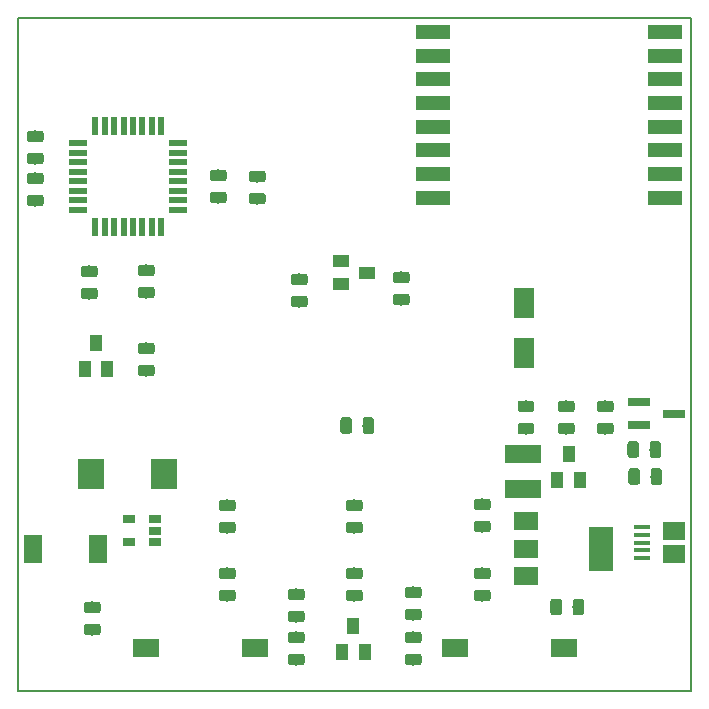
<source format=gbr>
%TF.GenerationSoftware,KiCad,Pcbnew,5.0.2-bee76a0~70~ubuntu18.04.1*%
%TF.CreationDate,2019-09-14T20:18:35+02:00*%
%TF.ProjectId,BT-Pcb-328P,42542d50-6362-42d3-9332-38502e6b6963,2.0*%
%TF.SameCoordinates,Original*%
%TF.FileFunction,Paste,Top*%
%TF.FilePolarity,Positive*%
%FSLAX46Y46*%
G04 Gerber Fmt 4.6, Leading zero omitted, Abs format (unit mm)*
G04 Created by KiCad (PCBNEW 5.0.2-bee76a0~70~ubuntu18.04.1) date sab 14 set 2019 20:18:35 CEST*
%MOMM*%
%LPD*%
G01*
G04 APERTURE LIST*
%ADD10C,0.150000*%
%ADD11R,1.000000X1.400000*%
%ADD12C,0.975000*%
%ADD13R,1.750000X2.650000*%
%ADD14R,2.310000X2.520000*%
%ADD15R,2.180000X1.600000*%
%ADD16R,3.020000X1.510000*%
%ADD17R,1.900000X1.500000*%
%ADD18R,1.350000X0.400000*%
%ADD19R,1.400000X1.000000*%
%ADD20R,1.500000X2.400000*%
%ADD21R,1.600000X0.550000*%
%ADD22R,0.550000X1.600000*%
%ADD23R,2.000000X3.800000*%
%ADD24R,2.000000X1.500000*%
%ADD25R,1.060000X0.650000*%
%ADD26R,1.900000X0.800000*%
%ADD27R,3.000000X1.200000*%
G04 APERTURE END LIST*
D10*
X184040000Y-138320000D02*
X184040000Y-81320000D01*
X127040000Y-138320000D02*
X127040000Y-81320000D01*
X127040000Y-138320000D02*
X184040000Y-138320000D01*
X127040000Y-81320000D02*
X184040000Y-81320000D01*
D11*
X155448000Y-132758000D03*
X156398000Y-134958000D03*
X154498000Y-134958000D03*
D10*
G36*
X172890642Y-130492174D02*
X172914303Y-130495684D01*
X172937507Y-130501496D01*
X172960029Y-130509554D01*
X172981653Y-130519782D01*
X173002170Y-130532079D01*
X173021383Y-130546329D01*
X173039107Y-130562393D01*
X173055171Y-130580117D01*
X173069421Y-130599330D01*
X173081718Y-130619847D01*
X173091946Y-130641471D01*
X173100004Y-130663993D01*
X173105816Y-130687197D01*
X173109326Y-130710858D01*
X173110500Y-130734750D01*
X173110500Y-131647250D01*
X173109326Y-131671142D01*
X173105816Y-131694803D01*
X173100004Y-131718007D01*
X173091946Y-131740529D01*
X173081718Y-131762153D01*
X173069421Y-131782670D01*
X173055171Y-131801883D01*
X173039107Y-131819607D01*
X173021383Y-131835671D01*
X173002170Y-131849921D01*
X172981653Y-131862218D01*
X172960029Y-131872446D01*
X172937507Y-131880504D01*
X172914303Y-131886316D01*
X172890642Y-131889826D01*
X172866750Y-131891000D01*
X172379250Y-131891000D01*
X172355358Y-131889826D01*
X172331697Y-131886316D01*
X172308493Y-131880504D01*
X172285971Y-131872446D01*
X172264347Y-131862218D01*
X172243830Y-131849921D01*
X172224617Y-131835671D01*
X172206893Y-131819607D01*
X172190829Y-131801883D01*
X172176579Y-131782670D01*
X172164282Y-131762153D01*
X172154054Y-131740529D01*
X172145996Y-131718007D01*
X172140184Y-131694803D01*
X172136674Y-131671142D01*
X172135500Y-131647250D01*
X172135500Y-130734750D01*
X172136674Y-130710858D01*
X172140184Y-130687197D01*
X172145996Y-130663993D01*
X172154054Y-130641471D01*
X172164282Y-130619847D01*
X172176579Y-130599330D01*
X172190829Y-130580117D01*
X172206893Y-130562393D01*
X172224617Y-130546329D01*
X172243830Y-130532079D01*
X172264347Y-130519782D01*
X172285971Y-130509554D01*
X172308493Y-130501496D01*
X172331697Y-130495684D01*
X172355358Y-130492174D01*
X172379250Y-130491000D01*
X172866750Y-130491000D01*
X172890642Y-130492174D01*
X172890642Y-130492174D01*
G37*
D12*
X172623000Y-131191000D03*
D10*
G36*
X174765642Y-130492174D02*
X174789303Y-130495684D01*
X174812507Y-130501496D01*
X174835029Y-130509554D01*
X174856653Y-130519782D01*
X174877170Y-130532079D01*
X174896383Y-130546329D01*
X174914107Y-130562393D01*
X174930171Y-130580117D01*
X174944421Y-130599330D01*
X174956718Y-130619847D01*
X174966946Y-130641471D01*
X174975004Y-130663993D01*
X174980816Y-130687197D01*
X174984326Y-130710858D01*
X174985500Y-130734750D01*
X174985500Y-131647250D01*
X174984326Y-131671142D01*
X174980816Y-131694803D01*
X174975004Y-131718007D01*
X174966946Y-131740529D01*
X174956718Y-131762153D01*
X174944421Y-131782670D01*
X174930171Y-131801883D01*
X174914107Y-131819607D01*
X174896383Y-131835671D01*
X174877170Y-131849921D01*
X174856653Y-131862218D01*
X174835029Y-131872446D01*
X174812507Y-131880504D01*
X174789303Y-131886316D01*
X174765642Y-131889826D01*
X174741750Y-131891000D01*
X174254250Y-131891000D01*
X174230358Y-131889826D01*
X174206697Y-131886316D01*
X174183493Y-131880504D01*
X174160971Y-131872446D01*
X174139347Y-131862218D01*
X174118830Y-131849921D01*
X174099617Y-131835671D01*
X174081893Y-131819607D01*
X174065829Y-131801883D01*
X174051579Y-131782670D01*
X174039282Y-131762153D01*
X174029054Y-131740529D01*
X174020996Y-131718007D01*
X174015184Y-131694803D01*
X174011674Y-131671142D01*
X174010500Y-131647250D01*
X174010500Y-130734750D01*
X174011674Y-130710858D01*
X174015184Y-130687197D01*
X174020996Y-130663993D01*
X174029054Y-130641471D01*
X174039282Y-130619847D01*
X174051579Y-130599330D01*
X174065829Y-130580117D01*
X174081893Y-130562393D01*
X174099617Y-130546329D01*
X174118830Y-130532079D01*
X174139347Y-130519782D01*
X174160971Y-130509554D01*
X174183493Y-130501496D01*
X174206697Y-130495684D01*
X174230358Y-130492174D01*
X174254250Y-130491000D01*
X174741750Y-130491000D01*
X174765642Y-130492174D01*
X174765642Y-130492174D01*
G37*
D12*
X174498000Y-131191000D03*
D11*
X133670000Y-108798000D03*
X134620000Y-110998000D03*
X132720000Y-110998000D03*
D10*
G36*
X138402142Y-108812174D02*
X138425803Y-108815684D01*
X138449007Y-108821496D01*
X138471529Y-108829554D01*
X138493153Y-108839782D01*
X138513670Y-108852079D01*
X138532883Y-108866329D01*
X138550607Y-108882393D01*
X138566671Y-108900117D01*
X138580921Y-108919330D01*
X138593218Y-108939847D01*
X138603446Y-108961471D01*
X138611504Y-108983993D01*
X138617316Y-109007197D01*
X138620826Y-109030858D01*
X138622000Y-109054750D01*
X138622000Y-109542250D01*
X138620826Y-109566142D01*
X138617316Y-109589803D01*
X138611504Y-109613007D01*
X138603446Y-109635529D01*
X138593218Y-109657153D01*
X138580921Y-109677670D01*
X138566671Y-109696883D01*
X138550607Y-109714607D01*
X138532883Y-109730671D01*
X138513670Y-109744921D01*
X138493153Y-109757218D01*
X138471529Y-109767446D01*
X138449007Y-109775504D01*
X138425803Y-109781316D01*
X138402142Y-109784826D01*
X138378250Y-109786000D01*
X137465750Y-109786000D01*
X137441858Y-109784826D01*
X137418197Y-109781316D01*
X137394993Y-109775504D01*
X137372471Y-109767446D01*
X137350847Y-109757218D01*
X137330330Y-109744921D01*
X137311117Y-109730671D01*
X137293393Y-109714607D01*
X137277329Y-109696883D01*
X137263079Y-109677670D01*
X137250782Y-109657153D01*
X137240554Y-109635529D01*
X137232496Y-109613007D01*
X137226684Y-109589803D01*
X137223174Y-109566142D01*
X137222000Y-109542250D01*
X137222000Y-109054750D01*
X137223174Y-109030858D01*
X137226684Y-109007197D01*
X137232496Y-108983993D01*
X137240554Y-108961471D01*
X137250782Y-108939847D01*
X137263079Y-108919330D01*
X137277329Y-108900117D01*
X137293393Y-108882393D01*
X137311117Y-108866329D01*
X137330330Y-108852079D01*
X137350847Y-108839782D01*
X137372471Y-108829554D01*
X137394993Y-108821496D01*
X137418197Y-108815684D01*
X137441858Y-108812174D01*
X137465750Y-108811000D01*
X138378250Y-108811000D01*
X138402142Y-108812174D01*
X138402142Y-108812174D01*
G37*
D12*
X137922000Y-109298500D03*
D10*
G36*
X138402142Y-110687174D02*
X138425803Y-110690684D01*
X138449007Y-110696496D01*
X138471529Y-110704554D01*
X138493153Y-110714782D01*
X138513670Y-110727079D01*
X138532883Y-110741329D01*
X138550607Y-110757393D01*
X138566671Y-110775117D01*
X138580921Y-110794330D01*
X138593218Y-110814847D01*
X138603446Y-110836471D01*
X138611504Y-110858993D01*
X138617316Y-110882197D01*
X138620826Y-110905858D01*
X138622000Y-110929750D01*
X138622000Y-111417250D01*
X138620826Y-111441142D01*
X138617316Y-111464803D01*
X138611504Y-111488007D01*
X138603446Y-111510529D01*
X138593218Y-111532153D01*
X138580921Y-111552670D01*
X138566671Y-111571883D01*
X138550607Y-111589607D01*
X138532883Y-111605671D01*
X138513670Y-111619921D01*
X138493153Y-111632218D01*
X138471529Y-111642446D01*
X138449007Y-111650504D01*
X138425803Y-111656316D01*
X138402142Y-111659826D01*
X138378250Y-111661000D01*
X137465750Y-111661000D01*
X137441858Y-111659826D01*
X137418197Y-111656316D01*
X137394993Y-111650504D01*
X137372471Y-111642446D01*
X137350847Y-111632218D01*
X137330330Y-111619921D01*
X137311117Y-111605671D01*
X137293393Y-111589607D01*
X137277329Y-111571883D01*
X137263079Y-111552670D01*
X137250782Y-111532153D01*
X137240554Y-111510529D01*
X137232496Y-111488007D01*
X137226684Y-111464803D01*
X137223174Y-111441142D01*
X137222000Y-111417250D01*
X137222000Y-110929750D01*
X137223174Y-110905858D01*
X137226684Y-110882197D01*
X137232496Y-110858993D01*
X137240554Y-110836471D01*
X137250782Y-110814847D01*
X137263079Y-110794330D01*
X137277329Y-110775117D01*
X137293393Y-110757393D01*
X137311117Y-110741329D01*
X137330330Y-110727079D01*
X137350847Y-110714782D01*
X137372471Y-110704554D01*
X137394993Y-110696496D01*
X137418197Y-110690684D01*
X137441858Y-110687174D01*
X137465750Y-110686000D01*
X138378250Y-110686000D01*
X138402142Y-110687174D01*
X138402142Y-110687174D01*
G37*
D12*
X137922000Y-111173500D03*
D10*
G36*
X129004142Y-90856674D02*
X129027803Y-90860184D01*
X129051007Y-90865996D01*
X129073529Y-90874054D01*
X129095153Y-90884282D01*
X129115670Y-90896579D01*
X129134883Y-90910829D01*
X129152607Y-90926893D01*
X129168671Y-90944617D01*
X129182921Y-90963830D01*
X129195218Y-90984347D01*
X129205446Y-91005971D01*
X129213504Y-91028493D01*
X129219316Y-91051697D01*
X129222826Y-91075358D01*
X129224000Y-91099250D01*
X129224000Y-91586750D01*
X129222826Y-91610642D01*
X129219316Y-91634303D01*
X129213504Y-91657507D01*
X129205446Y-91680029D01*
X129195218Y-91701653D01*
X129182921Y-91722170D01*
X129168671Y-91741383D01*
X129152607Y-91759107D01*
X129134883Y-91775171D01*
X129115670Y-91789421D01*
X129095153Y-91801718D01*
X129073529Y-91811946D01*
X129051007Y-91820004D01*
X129027803Y-91825816D01*
X129004142Y-91829326D01*
X128980250Y-91830500D01*
X128067750Y-91830500D01*
X128043858Y-91829326D01*
X128020197Y-91825816D01*
X127996993Y-91820004D01*
X127974471Y-91811946D01*
X127952847Y-91801718D01*
X127932330Y-91789421D01*
X127913117Y-91775171D01*
X127895393Y-91759107D01*
X127879329Y-91741383D01*
X127865079Y-91722170D01*
X127852782Y-91701653D01*
X127842554Y-91680029D01*
X127834496Y-91657507D01*
X127828684Y-91634303D01*
X127825174Y-91610642D01*
X127824000Y-91586750D01*
X127824000Y-91099250D01*
X127825174Y-91075358D01*
X127828684Y-91051697D01*
X127834496Y-91028493D01*
X127842554Y-91005971D01*
X127852782Y-90984347D01*
X127865079Y-90963830D01*
X127879329Y-90944617D01*
X127895393Y-90926893D01*
X127913117Y-90910829D01*
X127932330Y-90896579D01*
X127952847Y-90884282D01*
X127974471Y-90874054D01*
X127996993Y-90865996D01*
X128020197Y-90860184D01*
X128043858Y-90856674D01*
X128067750Y-90855500D01*
X128980250Y-90855500D01*
X129004142Y-90856674D01*
X129004142Y-90856674D01*
G37*
D12*
X128524000Y-91343000D03*
D10*
G36*
X129004142Y-92731674D02*
X129027803Y-92735184D01*
X129051007Y-92740996D01*
X129073529Y-92749054D01*
X129095153Y-92759282D01*
X129115670Y-92771579D01*
X129134883Y-92785829D01*
X129152607Y-92801893D01*
X129168671Y-92819617D01*
X129182921Y-92838830D01*
X129195218Y-92859347D01*
X129205446Y-92880971D01*
X129213504Y-92903493D01*
X129219316Y-92926697D01*
X129222826Y-92950358D01*
X129224000Y-92974250D01*
X129224000Y-93461750D01*
X129222826Y-93485642D01*
X129219316Y-93509303D01*
X129213504Y-93532507D01*
X129205446Y-93555029D01*
X129195218Y-93576653D01*
X129182921Y-93597170D01*
X129168671Y-93616383D01*
X129152607Y-93634107D01*
X129134883Y-93650171D01*
X129115670Y-93664421D01*
X129095153Y-93676718D01*
X129073529Y-93686946D01*
X129051007Y-93695004D01*
X129027803Y-93700816D01*
X129004142Y-93704326D01*
X128980250Y-93705500D01*
X128067750Y-93705500D01*
X128043858Y-93704326D01*
X128020197Y-93700816D01*
X127996993Y-93695004D01*
X127974471Y-93686946D01*
X127952847Y-93676718D01*
X127932330Y-93664421D01*
X127913117Y-93650171D01*
X127895393Y-93634107D01*
X127879329Y-93616383D01*
X127865079Y-93597170D01*
X127852782Y-93576653D01*
X127842554Y-93555029D01*
X127834496Y-93532507D01*
X127828684Y-93509303D01*
X127825174Y-93485642D01*
X127824000Y-93461750D01*
X127824000Y-92974250D01*
X127825174Y-92950358D01*
X127828684Y-92926697D01*
X127834496Y-92903493D01*
X127842554Y-92880971D01*
X127852782Y-92859347D01*
X127865079Y-92838830D01*
X127879329Y-92819617D01*
X127895393Y-92801893D01*
X127913117Y-92785829D01*
X127932330Y-92771579D01*
X127952847Y-92759282D01*
X127974471Y-92749054D01*
X127996993Y-92740996D01*
X128020197Y-92735184D01*
X128043858Y-92731674D01*
X128067750Y-92730500D01*
X128980250Y-92730500D01*
X129004142Y-92731674D01*
X129004142Y-92731674D01*
G37*
D12*
X128524000Y-93218000D03*
D13*
X169926000Y-109710000D03*
X169926000Y-105410000D03*
D14*
X139446000Y-119888000D03*
X133246000Y-119888000D03*
D15*
X147094000Y-134620000D03*
X137894000Y-134620000D03*
X173256000Y-134620000D03*
X164056000Y-134620000D03*
D16*
X169799000Y-118258000D03*
X169799000Y-121158000D03*
D10*
G36*
X179416142Y-117157174D02*
X179439803Y-117160684D01*
X179463007Y-117166496D01*
X179485529Y-117174554D01*
X179507153Y-117184782D01*
X179527670Y-117197079D01*
X179546883Y-117211329D01*
X179564607Y-117227393D01*
X179580671Y-117245117D01*
X179594921Y-117264330D01*
X179607218Y-117284847D01*
X179617446Y-117306471D01*
X179625504Y-117328993D01*
X179631316Y-117352197D01*
X179634826Y-117375858D01*
X179636000Y-117399750D01*
X179636000Y-118312250D01*
X179634826Y-118336142D01*
X179631316Y-118359803D01*
X179625504Y-118383007D01*
X179617446Y-118405529D01*
X179607218Y-118427153D01*
X179594921Y-118447670D01*
X179580671Y-118466883D01*
X179564607Y-118484607D01*
X179546883Y-118500671D01*
X179527670Y-118514921D01*
X179507153Y-118527218D01*
X179485529Y-118537446D01*
X179463007Y-118545504D01*
X179439803Y-118551316D01*
X179416142Y-118554826D01*
X179392250Y-118556000D01*
X178904750Y-118556000D01*
X178880858Y-118554826D01*
X178857197Y-118551316D01*
X178833993Y-118545504D01*
X178811471Y-118537446D01*
X178789847Y-118527218D01*
X178769330Y-118514921D01*
X178750117Y-118500671D01*
X178732393Y-118484607D01*
X178716329Y-118466883D01*
X178702079Y-118447670D01*
X178689782Y-118427153D01*
X178679554Y-118405529D01*
X178671496Y-118383007D01*
X178665684Y-118359803D01*
X178662174Y-118336142D01*
X178661000Y-118312250D01*
X178661000Y-117399750D01*
X178662174Y-117375858D01*
X178665684Y-117352197D01*
X178671496Y-117328993D01*
X178679554Y-117306471D01*
X178689782Y-117284847D01*
X178702079Y-117264330D01*
X178716329Y-117245117D01*
X178732393Y-117227393D01*
X178750117Y-117211329D01*
X178769330Y-117197079D01*
X178789847Y-117184782D01*
X178811471Y-117174554D01*
X178833993Y-117166496D01*
X178857197Y-117160684D01*
X178880858Y-117157174D01*
X178904750Y-117156000D01*
X179392250Y-117156000D01*
X179416142Y-117157174D01*
X179416142Y-117157174D01*
G37*
D12*
X179148500Y-117856000D03*
D10*
G36*
X181291142Y-117157174D02*
X181314803Y-117160684D01*
X181338007Y-117166496D01*
X181360529Y-117174554D01*
X181382153Y-117184782D01*
X181402670Y-117197079D01*
X181421883Y-117211329D01*
X181439607Y-117227393D01*
X181455671Y-117245117D01*
X181469921Y-117264330D01*
X181482218Y-117284847D01*
X181492446Y-117306471D01*
X181500504Y-117328993D01*
X181506316Y-117352197D01*
X181509826Y-117375858D01*
X181511000Y-117399750D01*
X181511000Y-118312250D01*
X181509826Y-118336142D01*
X181506316Y-118359803D01*
X181500504Y-118383007D01*
X181492446Y-118405529D01*
X181482218Y-118427153D01*
X181469921Y-118447670D01*
X181455671Y-118466883D01*
X181439607Y-118484607D01*
X181421883Y-118500671D01*
X181402670Y-118514921D01*
X181382153Y-118527218D01*
X181360529Y-118537446D01*
X181338007Y-118545504D01*
X181314803Y-118551316D01*
X181291142Y-118554826D01*
X181267250Y-118556000D01*
X180779750Y-118556000D01*
X180755858Y-118554826D01*
X180732197Y-118551316D01*
X180708993Y-118545504D01*
X180686471Y-118537446D01*
X180664847Y-118527218D01*
X180644330Y-118514921D01*
X180625117Y-118500671D01*
X180607393Y-118484607D01*
X180591329Y-118466883D01*
X180577079Y-118447670D01*
X180564782Y-118427153D01*
X180554554Y-118405529D01*
X180546496Y-118383007D01*
X180540684Y-118359803D01*
X180537174Y-118336142D01*
X180536000Y-118312250D01*
X180536000Y-117399750D01*
X180537174Y-117375858D01*
X180540684Y-117352197D01*
X180546496Y-117328993D01*
X180554554Y-117306471D01*
X180564782Y-117284847D01*
X180577079Y-117264330D01*
X180591329Y-117245117D01*
X180607393Y-117227393D01*
X180625117Y-117211329D01*
X180644330Y-117197079D01*
X180664847Y-117184782D01*
X180686471Y-117174554D01*
X180708993Y-117166496D01*
X180732197Y-117160684D01*
X180755858Y-117157174D01*
X180779750Y-117156000D01*
X181267250Y-117156000D01*
X181291142Y-117157174D01*
X181291142Y-117157174D01*
G37*
D12*
X181023500Y-117856000D03*
D10*
G36*
X133830142Y-132609674D02*
X133853803Y-132613184D01*
X133877007Y-132618996D01*
X133899529Y-132627054D01*
X133921153Y-132637282D01*
X133941670Y-132649579D01*
X133960883Y-132663829D01*
X133978607Y-132679893D01*
X133994671Y-132697617D01*
X134008921Y-132716830D01*
X134021218Y-132737347D01*
X134031446Y-132758971D01*
X134039504Y-132781493D01*
X134045316Y-132804697D01*
X134048826Y-132828358D01*
X134050000Y-132852250D01*
X134050000Y-133339750D01*
X134048826Y-133363642D01*
X134045316Y-133387303D01*
X134039504Y-133410507D01*
X134031446Y-133433029D01*
X134021218Y-133454653D01*
X134008921Y-133475170D01*
X133994671Y-133494383D01*
X133978607Y-133512107D01*
X133960883Y-133528171D01*
X133941670Y-133542421D01*
X133921153Y-133554718D01*
X133899529Y-133564946D01*
X133877007Y-133573004D01*
X133853803Y-133578816D01*
X133830142Y-133582326D01*
X133806250Y-133583500D01*
X132893750Y-133583500D01*
X132869858Y-133582326D01*
X132846197Y-133578816D01*
X132822993Y-133573004D01*
X132800471Y-133564946D01*
X132778847Y-133554718D01*
X132758330Y-133542421D01*
X132739117Y-133528171D01*
X132721393Y-133512107D01*
X132705329Y-133494383D01*
X132691079Y-133475170D01*
X132678782Y-133454653D01*
X132668554Y-133433029D01*
X132660496Y-133410507D01*
X132654684Y-133387303D01*
X132651174Y-133363642D01*
X132650000Y-133339750D01*
X132650000Y-132852250D01*
X132651174Y-132828358D01*
X132654684Y-132804697D01*
X132660496Y-132781493D01*
X132668554Y-132758971D01*
X132678782Y-132737347D01*
X132691079Y-132716830D01*
X132705329Y-132697617D01*
X132721393Y-132679893D01*
X132739117Y-132663829D01*
X132758330Y-132649579D01*
X132778847Y-132637282D01*
X132800471Y-132627054D01*
X132822993Y-132618996D01*
X132846197Y-132613184D01*
X132869858Y-132609674D01*
X132893750Y-132608500D01*
X133806250Y-132608500D01*
X133830142Y-132609674D01*
X133830142Y-132609674D01*
G37*
D12*
X133350000Y-133096000D03*
D10*
G36*
X133830142Y-130734674D02*
X133853803Y-130738184D01*
X133877007Y-130743996D01*
X133899529Y-130752054D01*
X133921153Y-130762282D01*
X133941670Y-130774579D01*
X133960883Y-130788829D01*
X133978607Y-130804893D01*
X133994671Y-130822617D01*
X134008921Y-130841830D01*
X134021218Y-130862347D01*
X134031446Y-130883971D01*
X134039504Y-130906493D01*
X134045316Y-130929697D01*
X134048826Y-130953358D01*
X134050000Y-130977250D01*
X134050000Y-131464750D01*
X134048826Y-131488642D01*
X134045316Y-131512303D01*
X134039504Y-131535507D01*
X134031446Y-131558029D01*
X134021218Y-131579653D01*
X134008921Y-131600170D01*
X133994671Y-131619383D01*
X133978607Y-131637107D01*
X133960883Y-131653171D01*
X133941670Y-131667421D01*
X133921153Y-131679718D01*
X133899529Y-131689946D01*
X133877007Y-131698004D01*
X133853803Y-131703816D01*
X133830142Y-131707326D01*
X133806250Y-131708500D01*
X132893750Y-131708500D01*
X132869858Y-131707326D01*
X132846197Y-131703816D01*
X132822993Y-131698004D01*
X132800471Y-131689946D01*
X132778847Y-131679718D01*
X132758330Y-131667421D01*
X132739117Y-131653171D01*
X132721393Y-131637107D01*
X132705329Y-131619383D01*
X132691079Y-131600170D01*
X132678782Y-131579653D01*
X132668554Y-131558029D01*
X132660496Y-131535507D01*
X132654684Y-131512303D01*
X132651174Y-131488642D01*
X132650000Y-131464750D01*
X132650000Y-130977250D01*
X132651174Y-130953358D01*
X132654684Y-130929697D01*
X132660496Y-130906493D01*
X132668554Y-130883971D01*
X132678782Y-130862347D01*
X132691079Y-130841830D01*
X132705329Y-130822617D01*
X132721393Y-130804893D01*
X132739117Y-130788829D01*
X132758330Y-130774579D01*
X132778847Y-130762282D01*
X132800471Y-130752054D01*
X132822993Y-130743996D01*
X132846197Y-130738184D01*
X132869858Y-130734674D01*
X132893750Y-130733500D01*
X133806250Y-130733500D01*
X133830142Y-130734674D01*
X133830142Y-130734674D01*
G37*
D12*
X133350000Y-131221000D03*
D10*
G36*
X156985642Y-115125174D02*
X157009303Y-115128684D01*
X157032507Y-115134496D01*
X157055029Y-115142554D01*
X157076653Y-115152782D01*
X157097170Y-115165079D01*
X157116383Y-115179329D01*
X157134107Y-115195393D01*
X157150171Y-115213117D01*
X157164421Y-115232330D01*
X157176718Y-115252847D01*
X157186946Y-115274471D01*
X157195004Y-115296993D01*
X157200816Y-115320197D01*
X157204326Y-115343858D01*
X157205500Y-115367750D01*
X157205500Y-116280250D01*
X157204326Y-116304142D01*
X157200816Y-116327803D01*
X157195004Y-116351007D01*
X157186946Y-116373529D01*
X157176718Y-116395153D01*
X157164421Y-116415670D01*
X157150171Y-116434883D01*
X157134107Y-116452607D01*
X157116383Y-116468671D01*
X157097170Y-116482921D01*
X157076653Y-116495218D01*
X157055029Y-116505446D01*
X157032507Y-116513504D01*
X157009303Y-116519316D01*
X156985642Y-116522826D01*
X156961750Y-116524000D01*
X156474250Y-116524000D01*
X156450358Y-116522826D01*
X156426697Y-116519316D01*
X156403493Y-116513504D01*
X156380971Y-116505446D01*
X156359347Y-116495218D01*
X156338830Y-116482921D01*
X156319617Y-116468671D01*
X156301893Y-116452607D01*
X156285829Y-116434883D01*
X156271579Y-116415670D01*
X156259282Y-116395153D01*
X156249054Y-116373529D01*
X156240996Y-116351007D01*
X156235184Y-116327803D01*
X156231674Y-116304142D01*
X156230500Y-116280250D01*
X156230500Y-115367750D01*
X156231674Y-115343858D01*
X156235184Y-115320197D01*
X156240996Y-115296993D01*
X156249054Y-115274471D01*
X156259282Y-115252847D01*
X156271579Y-115232330D01*
X156285829Y-115213117D01*
X156301893Y-115195393D01*
X156319617Y-115179329D01*
X156338830Y-115165079D01*
X156359347Y-115152782D01*
X156380971Y-115142554D01*
X156403493Y-115134496D01*
X156426697Y-115128684D01*
X156450358Y-115125174D01*
X156474250Y-115124000D01*
X156961750Y-115124000D01*
X156985642Y-115125174D01*
X156985642Y-115125174D01*
G37*
D12*
X156718000Y-115824000D03*
D10*
G36*
X155110642Y-115125174D02*
X155134303Y-115128684D01*
X155157507Y-115134496D01*
X155180029Y-115142554D01*
X155201653Y-115152782D01*
X155222170Y-115165079D01*
X155241383Y-115179329D01*
X155259107Y-115195393D01*
X155275171Y-115213117D01*
X155289421Y-115232330D01*
X155301718Y-115252847D01*
X155311946Y-115274471D01*
X155320004Y-115296993D01*
X155325816Y-115320197D01*
X155329326Y-115343858D01*
X155330500Y-115367750D01*
X155330500Y-116280250D01*
X155329326Y-116304142D01*
X155325816Y-116327803D01*
X155320004Y-116351007D01*
X155311946Y-116373529D01*
X155301718Y-116395153D01*
X155289421Y-116415670D01*
X155275171Y-116434883D01*
X155259107Y-116452607D01*
X155241383Y-116468671D01*
X155222170Y-116482921D01*
X155201653Y-116495218D01*
X155180029Y-116505446D01*
X155157507Y-116513504D01*
X155134303Y-116519316D01*
X155110642Y-116522826D01*
X155086750Y-116524000D01*
X154599250Y-116524000D01*
X154575358Y-116522826D01*
X154551697Y-116519316D01*
X154528493Y-116513504D01*
X154505971Y-116505446D01*
X154484347Y-116495218D01*
X154463830Y-116482921D01*
X154444617Y-116468671D01*
X154426893Y-116452607D01*
X154410829Y-116434883D01*
X154396579Y-116415670D01*
X154384282Y-116395153D01*
X154374054Y-116373529D01*
X154365996Y-116351007D01*
X154360184Y-116327803D01*
X154356674Y-116304142D01*
X154355500Y-116280250D01*
X154355500Y-115367750D01*
X154356674Y-115343858D01*
X154360184Y-115320197D01*
X154365996Y-115296993D01*
X154374054Y-115274471D01*
X154384282Y-115252847D01*
X154396579Y-115232330D01*
X154410829Y-115213117D01*
X154426893Y-115195393D01*
X154444617Y-115179329D01*
X154463830Y-115165079D01*
X154484347Y-115152782D01*
X154505971Y-115142554D01*
X154528493Y-115134496D01*
X154551697Y-115128684D01*
X154575358Y-115125174D01*
X154599250Y-115124000D01*
X155086750Y-115124000D01*
X155110642Y-115125174D01*
X155110642Y-115125174D01*
G37*
D12*
X154843000Y-115824000D03*
D10*
G36*
X133576142Y-104161674D02*
X133599803Y-104165184D01*
X133623007Y-104170996D01*
X133645529Y-104179054D01*
X133667153Y-104189282D01*
X133687670Y-104201579D01*
X133706883Y-104215829D01*
X133724607Y-104231893D01*
X133740671Y-104249617D01*
X133754921Y-104268830D01*
X133767218Y-104289347D01*
X133777446Y-104310971D01*
X133785504Y-104333493D01*
X133791316Y-104356697D01*
X133794826Y-104380358D01*
X133796000Y-104404250D01*
X133796000Y-104891750D01*
X133794826Y-104915642D01*
X133791316Y-104939303D01*
X133785504Y-104962507D01*
X133777446Y-104985029D01*
X133767218Y-105006653D01*
X133754921Y-105027170D01*
X133740671Y-105046383D01*
X133724607Y-105064107D01*
X133706883Y-105080171D01*
X133687670Y-105094421D01*
X133667153Y-105106718D01*
X133645529Y-105116946D01*
X133623007Y-105125004D01*
X133599803Y-105130816D01*
X133576142Y-105134326D01*
X133552250Y-105135500D01*
X132639750Y-105135500D01*
X132615858Y-105134326D01*
X132592197Y-105130816D01*
X132568993Y-105125004D01*
X132546471Y-105116946D01*
X132524847Y-105106718D01*
X132504330Y-105094421D01*
X132485117Y-105080171D01*
X132467393Y-105064107D01*
X132451329Y-105046383D01*
X132437079Y-105027170D01*
X132424782Y-105006653D01*
X132414554Y-104985029D01*
X132406496Y-104962507D01*
X132400684Y-104939303D01*
X132397174Y-104915642D01*
X132396000Y-104891750D01*
X132396000Y-104404250D01*
X132397174Y-104380358D01*
X132400684Y-104356697D01*
X132406496Y-104333493D01*
X132414554Y-104310971D01*
X132424782Y-104289347D01*
X132437079Y-104268830D01*
X132451329Y-104249617D01*
X132467393Y-104231893D01*
X132485117Y-104215829D01*
X132504330Y-104201579D01*
X132524847Y-104189282D01*
X132546471Y-104179054D01*
X132568993Y-104170996D01*
X132592197Y-104165184D01*
X132615858Y-104161674D01*
X132639750Y-104160500D01*
X133552250Y-104160500D01*
X133576142Y-104161674D01*
X133576142Y-104161674D01*
G37*
D12*
X133096000Y-104648000D03*
D10*
G36*
X133576142Y-102286674D02*
X133599803Y-102290184D01*
X133623007Y-102295996D01*
X133645529Y-102304054D01*
X133667153Y-102314282D01*
X133687670Y-102326579D01*
X133706883Y-102340829D01*
X133724607Y-102356893D01*
X133740671Y-102374617D01*
X133754921Y-102393830D01*
X133767218Y-102414347D01*
X133777446Y-102435971D01*
X133785504Y-102458493D01*
X133791316Y-102481697D01*
X133794826Y-102505358D01*
X133796000Y-102529250D01*
X133796000Y-103016750D01*
X133794826Y-103040642D01*
X133791316Y-103064303D01*
X133785504Y-103087507D01*
X133777446Y-103110029D01*
X133767218Y-103131653D01*
X133754921Y-103152170D01*
X133740671Y-103171383D01*
X133724607Y-103189107D01*
X133706883Y-103205171D01*
X133687670Y-103219421D01*
X133667153Y-103231718D01*
X133645529Y-103241946D01*
X133623007Y-103250004D01*
X133599803Y-103255816D01*
X133576142Y-103259326D01*
X133552250Y-103260500D01*
X132639750Y-103260500D01*
X132615858Y-103259326D01*
X132592197Y-103255816D01*
X132568993Y-103250004D01*
X132546471Y-103241946D01*
X132524847Y-103231718D01*
X132504330Y-103219421D01*
X132485117Y-103205171D01*
X132467393Y-103189107D01*
X132451329Y-103171383D01*
X132437079Y-103152170D01*
X132424782Y-103131653D01*
X132414554Y-103110029D01*
X132406496Y-103087507D01*
X132400684Y-103064303D01*
X132397174Y-103040642D01*
X132396000Y-103016750D01*
X132396000Y-102529250D01*
X132397174Y-102505358D01*
X132400684Y-102481697D01*
X132406496Y-102458493D01*
X132414554Y-102435971D01*
X132424782Y-102414347D01*
X132437079Y-102393830D01*
X132451329Y-102374617D01*
X132467393Y-102356893D01*
X132485117Y-102340829D01*
X132504330Y-102326579D01*
X132524847Y-102314282D01*
X132546471Y-102304054D01*
X132568993Y-102295996D01*
X132592197Y-102290184D01*
X132615858Y-102286674D01*
X132639750Y-102285500D01*
X133552250Y-102285500D01*
X133576142Y-102286674D01*
X133576142Y-102286674D01*
G37*
D12*
X133096000Y-102773000D03*
D10*
G36*
X144498142Y-96033674D02*
X144521803Y-96037184D01*
X144545007Y-96042996D01*
X144567529Y-96051054D01*
X144589153Y-96061282D01*
X144609670Y-96073579D01*
X144628883Y-96087829D01*
X144646607Y-96103893D01*
X144662671Y-96121617D01*
X144676921Y-96140830D01*
X144689218Y-96161347D01*
X144699446Y-96182971D01*
X144707504Y-96205493D01*
X144713316Y-96228697D01*
X144716826Y-96252358D01*
X144718000Y-96276250D01*
X144718000Y-96763750D01*
X144716826Y-96787642D01*
X144713316Y-96811303D01*
X144707504Y-96834507D01*
X144699446Y-96857029D01*
X144689218Y-96878653D01*
X144676921Y-96899170D01*
X144662671Y-96918383D01*
X144646607Y-96936107D01*
X144628883Y-96952171D01*
X144609670Y-96966421D01*
X144589153Y-96978718D01*
X144567529Y-96988946D01*
X144545007Y-96997004D01*
X144521803Y-97002816D01*
X144498142Y-97006326D01*
X144474250Y-97007500D01*
X143561750Y-97007500D01*
X143537858Y-97006326D01*
X143514197Y-97002816D01*
X143490993Y-96997004D01*
X143468471Y-96988946D01*
X143446847Y-96978718D01*
X143426330Y-96966421D01*
X143407117Y-96952171D01*
X143389393Y-96936107D01*
X143373329Y-96918383D01*
X143359079Y-96899170D01*
X143346782Y-96878653D01*
X143336554Y-96857029D01*
X143328496Y-96834507D01*
X143322684Y-96811303D01*
X143319174Y-96787642D01*
X143318000Y-96763750D01*
X143318000Y-96276250D01*
X143319174Y-96252358D01*
X143322684Y-96228697D01*
X143328496Y-96205493D01*
X143336554Y-96182971D01*
X143346782Y-96161347D01*
X143359079Y-96140830D01*
X143373329Y-96121617D01*
X143389393Y-96103893D01*
X143407117Y-96087829D01*
X143426330Y-96073579D01*
X143446847Y-96061282D01*
X143468471Y-96051054D01*
X143490993Y-96042996D01*
X143514197Y-96037184D01*
X143537858Y-96033674D01*
X143561750Y-96032500D01*
X144474250Y-96032500D01*
X144498142Y-96033674D01*
X144498142Y-96033674D01*
G37*
D12*
X144018000Y-96520000D03*
D10*
G36*
X144498142Y-94158674D02*
X144521803Y-94162184D01*
X144545007Y-94167996D01*
X144567529Y-94176054D01*
X144589153Y-94186282D01*
X144609670Y-94198579D01*
X144628883Y-94212829D01*
X144646607Y-94228893D01*
X144662671Y-94246617D01*
X144676921Y-94265830D01*
X144689218Y-94286347D01*
X144699446Y-94307971D01*
X144707504Y-94330493D01*
X144713316Y-94353697D01*
X144716826Y-94377358D01*
X144718000Y-94401250D01*
X144718000Y-94888750D01*
X144716826Y-94912642D01*
X144713316Y-94936303D01*
X144707504Y-94959507D01*
X144699446Y-94982029D01*
X144689218Y-95003653D01*
X144676921Y-95024170D01*
X144662671Y-95043383D01*
X144646607Y-95061107D01*
X144628883Y-95077171D01*
X144609670Y-95091421D01*
X144589153Y-95103718D01*
X144567529Y-95113946D01*
X144545007Y-95122004D01*
X144521803Y-95127816D01*
X144498142Y-95131326D01*
X144474250Y-95132500D01*
X143561750Y-95132500D01*
X143537858Y-95131326D01*
X143514197Y-95127816D01*
X143490993Y-95122004D01*
X143468471Y-95113946D01*
X143446847Y-95103718D01*
X143426330Y-95091421D01*
X143407117Y-95077171D01*
X143389393Y-95061107D01*
X143373329Y-95043383D01*
X143359079Y-95024170D01*
X143346782Y-95003653D01*
X143336554Y-94982029D01*
X143328496Y-94959507D01*
X143322684Y-94936303D01*
X143319174Y-94912642D01*
X143318000Y-94888750D01*
X143318000Y-94401250D01*
X143319174Y-94377358D01*
X143322684Y-94353697D01*
X143328496Y-94330493D01*
X143336554Y-94307971D01*
X143346782Y-94286347D01*
X143359079Y-94265830D01*
X143373329Y-94246617D01*
X143389393Y-94228893D01*
X143407117Y-94212829D01*
X143426330Y-94198579D01*
X143446847Y-94186282D01*
X143468471Y-94176054D01*
X143490993Y-94167996D01*
X143514197Y-94162184D01*
X143537858Y-94158674D01*
X143561750Y-94157500D01*
X144474250Y-94157500D01*
X144498142Y-94158674D01*
X144498142Y-94158674D01*
G37*
D12*
X144018000Y-94645000D03*
D10*
G36*
X129004142Y-94412674D02*
X129027803Y-94416184D01*
X129051007Y-94421996D01*
X129073529Y-94430054D01*
X129095153Y-94440282D01*
X129115670Y-94452579D01*
X129134883Y-94466829D01*
X129152607Y-94482893D01*
X129168671Y-94500617D01*
X129182921Y-94519830D01*
X129195218Y-94540347D01*
X129205446Y-94561971D01*
X129213504Y-94584493D01*
X129219316Y-94607697D01*
X129222826Y-94631358D01*
X129224000Y-94655250D01*
X129224000Y-95142750D01*
X129222826Y-95166642D01*
X129219316Y-95190303D01*
X129213504Y-95213507D01*
X129205446Y-95236029D01*
X129195218Y-95257653D01*
X129182921Y-95278170D01*
X129168671Y-95297383D01*
X129152607Y-95315107D01*
X129134883Y-95331171D01*
X129115670Y-95345421D01*
X129095153Y-95357718D01*
X129073529Y-95367946D01*
X129051007Y-95376004D01*
X129027803Y-95381816D01*
X129004142Y-95385326D01*
X128980250Y-95386500D01*
X128067750Y-95386500D01*
X128043858Y-95385326D01*
X128020197Y-95381816D01*
X127996993Y-95376004D01*
X127974471Y-95367946D01*
X127952847Y-95357718D01*
X127932330Y-95345421D01*
X127913117Y-95331171D01*
X127895393Y-95315107D01*
X127879329Y-95297383D01*
X127865079Y-95278170D01*
X127852782Y-95257653D01*
X127842554Y-95236029D01*
X127834496Y-95213507D01*
X127828684Y-95190303D01*
X127825174Y-95166642D01*
X127824000Y-95142750D01*
X127824000Y-94655250D01*
X127825174Y-94631358D01*
X127828684Y-94607697D01*
X127834496Y-94584493D01*
X127842554Y-94561971D01*
X127852782Y-94540347D01*
X127865079Y-94519830D01*
X127879329Y-94500617D01*
X127895393Y-94482893D01*
X127913117Y-94466829D01*
X127932330Y-94452579D01*
X127952847Y-94440282D01*
X127974471Y-94430054D01*
X127996993Y-94421996D01*
X128020197Y-94416184D01*
X128043858Y-94412674D01*
X128067750Y-94411500D01*
X128980250Y-94411500D01*
X129004142Y-94412674D01*
X129004142Y-94412674D01*
G37*
D12*
X128524000Y-94899000D03*
D10*
G36*
X129004142Y-96287674D02*
X129027803Y-96291184D01*
X129051007Y-96296996D01*
X129073529Y-96305054D01*
X129095153Y-96315282D01*
X129115670Y-96327579D01*
X129134883Y-96341829D01*
X129152607Y-96357893D01*
X129168671Y-96375617D01*
X129182921Y-96394830D01*
X129195218Y-96415347D01*
X129205446Y-96436971D01*
X129213504Y-96459493D01*
X129219316Y-96482697D01*
X129222826Y-96506358D01*
X129224000Y-96530250D01*
X129224000Y-97017750D01*
X129222826Y-97041642D01*
X129219316Y-97065303D01*
X129213504Y-97088507D01*
X129205446Y-97111029D01*
X129195218Y-97132653D01*
X129182921Y-97153170D01*
X129168671Y-97172383D01*
X129152607Y-97190107D01*
X129134883Y-97206171D01*
X129115670Y-97220421D01*
X129095153Y-97232718D01*
X129073529Y-97242946D01*
X129051007Y-97251004D01*
X129027803Y-97256816D01*
X129004142Y-97260326D01*
X128980250Y-97261500D01*
X128067750Y-97261500D01*
X128043858Y-97260326D01*
X128020197Y-97256816D01*
X127996993Y-97251004D01*
X127974471Y-97242946D01*
X127952847Y-97232718D01*
X127932330Y-97220421D01*
X127913117Y-97206171D01*
X127895393Y-97190107D01*
X127879329Y-97172383D01*
X127865079Y-97153170D01*
X127852782Y-97132653D01*
X127842554Y-97111029D01*
X127834496Y-97088507D01*
X127828684Y-97065303D01*
X127825174Y-97041642D01*
X127824000Y-97017750D01*
X127824000Y-96530250D01*
X127825174Y-96506358D01*
X127828684Y-96482697D01*
X127834496Y-96459493D01*
X127842554Y-96436971D01*
X127852782Y-96415347D01*
X127865079Y-96394830D01*
X127879329Y-96375617D01*
X127895393Y-96357893D01*
X127913117Y-96341829D01*
X127932330Y-96327579D01*
X127952847Y-96315282D01*
X127974471Y-96305054D01*
X127996993Y-96296996D01*
X128020197Y-96291184D01*
X128043858Y-96287674D01*
X128067750Y-96286500D01*
X128980250Y-96286500D01*
X129004142Y-96287674D01*
X129004142Y-96287674D01*
G37*
D12*
X128524000Y-96774000D03*
D10*
G36*
X147800142Y-94255674D02*
X147823803Y-94259184D01*
X147847007Y-94264996D01*
X147869529Y-94273054D01*
X147891153Y-94283282D01*
X147911670Y-94295579D01*
X147930883Y-94309829D01*
X147948607Y-94325893D01*
X147964671Y-94343617D01*
X147978921Y-94362830D01*
X147991218Y-94383347D01*
X148001446Y-94404971D01*
X148009504Y-94427493D01*
X148015316Y-94450697D01*
X148018826Y-94474358D01*
X148020000Y-94498250D01*
X148020000Y-94985750D01*
X148018826Y-95009642D01*
X148015316Y-95033303D01*
X148009504Y-95056507D01*
X148001446Y-95079029D01*
X147991218Y-95100653D01*
X147978921Y-95121170D01*
X147964671Y-95140383D01*
X147948607Y-95158107D01*
X147930883Y-95174171D01*
X147911670Y-95188421D01*
X147891153Y-95200718D01*
X147869529Y-95210946D01*
X147847007Y-95219004D01*
X147823803Y-95224816D01*
X147800142Y-95228326D01*
X147776250Y-95229500D01*
X146863750Y-95229500D01*
X146839858Y-95228326D01*
X146816197Y-95224816D01*
X146792993Y-95219004D01*
X146770471Y-95210946D01*
X146748847Y-95200718D01*
X146728330Y-95188421D01*
X146709117Y-95174171D01*
X146691393Y-95158107D01*
X146675329Y-95140383D01*
X146661079Y-95121170D01*
X146648782Y-95100653D01*
X146638554Y-95079029D01*
X146630496Y-95056507D01*
X146624684Y-95033303D01*
X146621174Y-95009642D01*
X146620000Y-94985750D01*
X146620000Y-94498250D01*
X146621174Y-94474358D01*
X146624684Y-94450697D01*
X146630496Y-94427493D01*
X146638554Y-94404971D01*
X146648782Y-94383347D01*
X146661079Y-94362830D01*
X146675329Y-94343617D01*
X146691393Y-94325893D01*
X146709117Y-94309829D01*
X146728330Y-94295579D01*
X146748847Y-94283282D01*
X146770471Y-94273054D01*
X146792993Y-94264996D01*
X146816197Y-94259184D01*
X146839858Y-94255674D01*
X146863750Y-94254500D01*
X147776250Y-94254500D01*
X147800142Y-94255674D01*
X147800142Y-94255674D01*
G37*
D12*
X147320000Y-94742000D03*
D10*
G36*
X147800142Y-96130674D02*
X147823803Y-96134184D01*
X147847007Y-96139996D01*
X147869529Y-96148054D01*
X147891153Y-96158282D01*
X147911670Y-96170579D01*
X147930883Y-96184829D01*
X147948607Y-96200893D01*
X147964671Y-96218617D01*
X147978921Y-96237830D01*
X147991218Y-96258347D01*
X148001446Y-96279971D01*
X148009504Y-96302493D01*
X148015316Y-96325697D01*
X148018826Y-96349358D01*
X148020000Y-96373250D01*
X148020000Y-96860750D01*
X148018826Y-96884642D01*
X148015316Y-96908303D01*
X148009504Y-96931507D01*
X148001446Y-96954029D01*
X147991218Y-96975653D01*
X147978921Y-96996170D01*
X147964671Y-97015383D01*
X147948607Y-97033107D01*
X147930883Y-97049171D01*
X147911670Y-97063421D01*
X147891153Y-97075718D01*
X147869529Y-97085946D01*
X147847007Y-97094004D01*
X147823803Y-97099816D01*
X147800142Y-97103326D01*
X147776250Y-97104500D01*
X146863750Y-97104500D01*
X146839858Y-97103326D01*
X146816197Y-97099816D01*
X146792993Y-97094004D01*
X146770471Y-97085946D01*
X146748847Y-97075718D01*
X146728330Y-97063421D01*
X146709117Y-97049171D01*
X146691393Y-97033107D01*
X146675329Y-97015383D01*
X146661079Y-96996170D01*
X146648782Y-96975653D01*
X146638554Y-96954029D01*
X146630496Y-96931507D01*
X146624684Y-96908303D01*
X146621174Y-96884642D01*
X146620000Y-96860750D01*
X146620000Y-96373250D01*
X146621174Y-96349358D01*
X146624684Y-96325697D01*
X146630496Y-96302493D01*
X146638554Y-96279971D01*
X146648782Y-96258347D01*
X146661079Y-96237830D01*
X146675329Y-96218617D01*
X146691393Y-96200893D01*
X146709117Y-96184829D01*
X146728330Y-96170579D01*
X146748847Y-96158282D01*
X146770471Y-96148054D01*
X146792993Y-96139996D01*
X146816197Y-96134184D01*
X146839858Y-96130674D01*
X146863750Y-96129500D01*
X147776250Y-96129500D01*
X147800142Y-96130674D01*
X147800142Y-96130674D01*
G37*
D12*
X147320000Y-96617000D03*
D10*
G36*
X177264142Y-115591674D02*
X177287803Y-115595184D01*
X177311007Y-115600996D01*
X177333529Y-115609054D01*
X177355153Y-115619282D01*
X177375670Y-115631579D01*
X177394883Y-115645829D01*
X177412607Y-115661893D01*
X177428671Y-115679617D01*
X177442921Y-115698830D01*
X177455218Y-115719347D01*
X177465446Y-115740971D01*
X177473504Y-115763493D01*
X177479316Y-115786697D01*
X177482826Y-115810358D01*
X177484000Y-115834250D01*
X177484000Y-116321750D01*
X177482826Y-116345642D01*
X177479316Y-116369303D01*
X177473504Y-116392507D01*
X177465446Y-116415029D01*
X177455218Y-116436653D01*
X177442921Y-116457170D01*
X177428671Y-116476383D01*
X177412607Y-116494107D01*
X177394883Y-116510171D01*
X177375670Y-116524421D01*
X177355153Y-116536718D01*
X177333529Y-116546946D01*
X177311007Y-116555004D01*
X177287803Y-116560816D01*
X177264142Y-116564326D01*
X177240250Y-116565500D01*
X176327750Y-116565500D01*
X176303858Y-116564326D01*
X176280197Y-116560816D01*
X176256993Y-116555004D01*
X176234471Y-116546946D01*
X176212847Y-116536718D01*
X176192330Y-116524421D01*
X176173117Y-116510171D01*
X176155393Y-116494107D01*
X176139329Y-116476383D01*
X176125079Y-116457170D01*
X176112782Y-116436653D01*
X176102554Y-116415029D01*
X176094496Y-116392507D01*
X176088684Y-116369303D01*
X176085174Y-116345642D01*
X176084000Y-116321750D01*
X176084000Y-115834250D01*
X176085174Y-115810358D01*
X176088684Y-115786697D01*
X176094496Y-115763493D01*
X176102554Y-115740971D01*
X176112782Y-115719347D01*
X176125079Y-115698830D01*
X176139329Y-115679617D01*
X176155393Y-115661893D01*
X176173117Y-115645829D01*
X176192330Y-115631579D01*
X176212847Y-115619282D01*
X176234471Y-115609054D01*
X176256993Y-115600996D01*
X176280197Y-115595184D01*
X176303858Y-115591674D01*
X176327750Y-115590500D01*
X177240250Y-115590500D01*
X177264142Y-115591674D01*
X177264142Y-115591674D01*
G37*
D12*
X176784000Y-116078000D03*
D10*
G36*
X177264142Y-113716674D02*
X177287803Y-113720184D01*
X177311007Y-113725996D01*
X177333529Y-113734054D01*
X177355153Y-113744282D01*
X177375670Y-113756579D01*
X177394883Y-113770829D01*
X177412607Y-113786893D01*
X177428671Y-113804617D01*
X177442921Y-113823830D01*
X177455218Y-113844347D01*
X177465446Y-113865971D01*
X177473504Y-113888493D01*
X177479316Y-113911697D01*
X177482826Y-113935358D01*
X177484000Y-113959250D01*
X177484000Y-114446750D01*
X177482826Y-114470642D01*
X177479316Y-114494303D01*
X177473504Y-114517507D01*
X177465446Y-114540029D01*
X177455218Y-114561653D01*
X177442921Y-114582170D01*
X177428671Y-114601383D01*
X177412607Y-114619107D01*
X177394883Y-114635171D01*
X177375670Y-114649421D01*
X177355153Y-114661718D01*
X177333529Y-114671946D01*
X177311007Y-114680004D01*
X177287803Y-114685816D01*
X177264142Y-114689326D01*
X177240250Y-114690500D01*
X176327750Y-114690500D01*
X176303858Y-114689326D01*
X176280197Y-114685816D01*
X176256993Y-114680004D01*
X176234471Y-114671946D01*
X176212847Y-114661718D01*
X176192330Y-114649421D01*
X176173117Y-114635171D01*
X176155393Y-114619107D01*
X176139329Y-114601383D01*
X176125079Y-114582170D01*
X176112782Y-114561653D01*
X176102554Y-114540029D01*
X176094496Y-114517507D01*
X176088684Y-114494303D01*
X176085174Y-114470642D01*
X176084000Y-114446750D01*
X176084000Y-113959250D01*
X176085174Y-113935358D01*
X176088684Y-113911697D01*
X176094496Y-113888493D01*
X176102554Y-113865971D01*
X176112782Y-113844347D01*
X176125079Y-113823830D01*
X176139329Y-113804617D01*
X176155393Y-113786893D01*
X176173117Y-113770829D01*
X176192330Y-113756579D01*
X176212847Y-113744282D01*
X176234471Y-113734054D01*
X176256993Y-113725996D01*
X176280197Y-113720184D01*
X176303858Y-113716674D01*
X176327750Y-113715500D01*
X177240250Y-113715500D01*
X177264142Y-113716674D01*
X177264142Y-113716674D01*
G37*
D12*
X176784000Y-114203000D03*
D17*
X182593500Y-124730000D03*
D18*
X179893500Y-126380000D03*
X179893500Y-127030000D03*
X179893500Y-124430000D03*
X179893500Y-125080000D03*
X179893500Y-125730000D03*
D17*
X182593500Y-126730000D03*
D19*
X156640000Y-102870000D03*
X154440000Y-103820000D03*
X154440000Y-101920000D03*
D11*
X173675000Y-118196000D03*
X174625000Y-120396000D03*
X172725000Y-120396000D03*
D20*
X128314000Y-126238000D03*
X133814000Y-126238000D03*
D10*
G36*
X161008142Y-135149674D02*
X161031803Y-135153184D01*
X161055007Y-135158996D01*
X161077529Y-135167054D01*
X161099153Y-135177282D01*
X161119670Y-135189579D01*
X161138883Y-135203829D01*
X161156607Y-135219893D01*
X161172671Y-135237617D01*
X161186921Y-135256830D01*
X161199218Y-135277347D01*
X161209446Y-135298971D01*
X161217504Y-135321493D01*
X161223316Y-135344697D01*
X161226826Y-135368358D01*
X161228000Y-135392250D01*
X161228000Y-135879750D01*
X161226826Y-135903642D01*
X161223316Y-135927303D01*
X161217504Y-135950507D01*
X161209446Y-135973029D01*
X161199218Y-135994653D01*
X161186921Y-136015170D01*
X161172671Y-136034383D01*
X161156607Y-136052107D01*
X161138883Y-136068171D01*
X161119670Y-136082421D01*
X161099153Y-136094718D01*
X161077529Y-136104946D01*
X161055007Y-136113004D01*
X161031803Y-136118816D01*
X161008142Y-136122326D01*
X160984250Y-136123500D01*
X160071750Y-136123500D01*
X160047858Y-136122326D01*
X160024197Y-136118816D01*
X160000993Y-136113004D01*
X159978471Y-136104946D01*
X159956847Y-136094718D01*
X159936330Y-136082421D01*
X159917117Y-136068171D01*
X159899393Y-136052107D01*
X159883329Y-136034383D01*
X159869079Y-136015170D01*
X159856782Y-135994653D01*
X159846554Y-135973029D01*
X159838496Y-135950507D01*
X159832684Y-135927303D01*
X159829174Y-135903642D01*
X159828000Y-135879750D01*
X159828000Y-135392250D01*
X159829174Y-135368358D01*
X159832684Y-135344697D01*
X159838496Y-135321493D01*
X159846554Y-135298971D01*
X159856782Y-135277347D01*
X159869079Y-135256830D01*
X159883329Y-135237617D01*
X159899393Y-135219893D01*
X159917117Y-135203829D01*
X159936330Y-135189579D01*
X159956847Y-135177282D01*
X159978471Y-135167054D01*
X160000993Y-135158996D01*
X160024197Y-135153184D01*
X160047858Y-135149674D01*
X160071750Y-135148500D01*
X160984250Y-135148500D01*
X161008142Y-135149674D01*
X161008142Y-135149674D01*
G37*
D12*
X160528000Y-135636000D03*
D10*
G36*
X161008142Y-133274674D02*
X161031803Y-133278184D01*
X161055007Y-133283996D01*
X161077529Y-133292054D01*
X161099153Y-133302282D01*
X161119670Y-133314579D01*
X161138883Y-133328829D01*
X161156607Y-133344893D01*
X161172671Y-133362617D01*
X161186921Y-133381830D01*
X161199218Y-133402347D01*
X161209446Y-133423971D01*
X161217504Y-133446493D01*
X161223316Y-133469697D01*
X161226826Y-133493358D01*
X161228000Y-133517250D01*
X161228000Y-134004750D01*
X161226826Y-134028642D01*
X161223316Y-134052303D01*
X161217504Y-134075507D01*
X161209446Y-134098029D01*
X161199218Y-134119653D01*
X161186921Y-134140170D01*
X161172671Y-134159383D01*
X161156607Y-134177107D01*
X161138883Y-134193171D01*
X161119670Y-134207421D01*
X161099153Y-134219718D01*
X161077529Y-134229946D01*
X161055007Y-134238004D01*
X161031803Y-134243816D01*
X161008142Y-134247326D01*
X160984250Y-134248500D01*
X160071750Y-134248500D01*
X160047858Y-134247326D01*
X160024197Y-134243816D01*
X160000993Y-134238004D01*
X159978471Y-134229946D01*
X159956847Y-134219718D01*
X159936330Y-134207421D01*
X159917117Y-134193171D01*
X159899393Y-134177107D01*
X159883329Y-134159383D01*
X159869079Y-134140170D01*
X159856782Y-134119653D01*
X159846554Y-134098029D01*
X159838496Y-134075507D01*
X159832684Y-134052303D01*
X159829174Y-134028642D01*
X159828000Y-134004750D01*
X159828000Y-133517250D01*
X159829174Y-133493358D01*
X159832684Y-133469697D01*
X159838496Y-133446493D01*
X159846554Y-133423971D01*
X159856782Y-133402347D01*
X159869079Y-133381830D01*
X159883329Y-133362617D01*
X159899393Y-133344893D01*
X159917117Y-133328829D01*
X159936330Y-133314579D01*
X159956847Y-133302282D01*
X159978471Y-133292054D01*
X160000993Y-133283996D01*
X160024197Y-133278184D01*
X160047858Y-133274674D01*
X160071750Y-133273500D01*
X160984250Y-133273500D01*
X161008142Y-133274674D01*
X161008142Y-133274674D01*
G37*
D12*
X160528000Y-133761000D03*
D10*
G36*
X156020142Y-127862174D02*
X156043803Y-127865684D01*
X156067007Y-127871496D01*
X156089529Y-127879554D01*
X156111153Y-127889782D01*
X156131670Y-127902079D01*
X156150883Y-127916329D01*
X156168607Y-127932393D01*
X156184671Y-127950117D01*
X156198921Y-127969330D01*
X156211218Y-127989847D01*
X156221446Y-128011471D01*
X156229504Y-128033993D01*
X156235316Y-128057197D01*
X156238826Y-128080858D01*
X156240000Y-128104750D01*
X156240000Y-128592250D01*
X156238826Y-128616142D01*
X156235316Y-128639803D01*
X156229504Y-128663007D01*
X156221446Y-128685529D01*
X156211218Y-128707153D01*
X156198921Y-128727670D01*
X156184671Y-128746883D01*
X156168607Y-128764607D01*
X156150883Y-128780671D01*
X156131670Y-128794921D01*
X156111153Y-128807218D01*
X156089529Y-128817446D01*
X156067007Y-128825504D01*
X156043803Y-128831316D01*
X156020142Y-128834826D01*
X155996250Y-128836000D01*
X155083750Y-128836000D01*
X155059858Y-128834826D01*
X155036197Y-128831316D01*
X155012993Y-128825504D01*
X154990471Y-128817446D01*
X154968847Y-128807218D01*
X154948330Y-128794921D01*
X154929117Y-128780671D01*
X154911393Y-128764607D01*
X154895329Y-128746883D01*
X154881079Y-128727670D01*
X154868782Y-128707153D01*
X154858554Y-128685529D01*
X154850496Y-128663007D01*
X154844684Y-128639803D01*
X154841174Y-128616142D01*
X154840000Y-128592250D01*
X154840000Y-128104750D01*
X154841174Y-128080858D01*
X154844684Y-128057197D01*
X154850496Y-128033993D01*
X154858554Y-128011471D01*
X154868782Y-127989847D01*
X154881079Y-127969330D01*
X154895329Y-127950117D01*
X154911393Y-127932393D01*
X154929117Y-127916329D01*
X154948330Y-127902079D01*
X154968847Y-127889782D01*
X154990471Y-127879554D01*
X155012993Y-127871496D01*
X155036197Y-127865684D01*
X155059858Y-127862174D01*
X155083750Y-127861000D01*
X155996250Y-127861000D01*
X156020142Y-127862174D01*
X156020142Y-127862174D01*
G37*
D12*
X155540000Y-128348500D03*
D10*
G36*
X156020142Y-129737174D02*
X156043803Y-129740684D01*
X156067007Y-129746496D01*
X156089529Y-129754554D01*
X156111153Y-129764782D01*
X156131670Y-129777079D01*
X156150883Y-129791329D01*
X156168607Y-129807393D01*
X156184671Y-129825117D01*
X156198921Y-129844330D01*
X156211218Y-129864847D01*
X156221446Y-129886471D01*
X156229504Y-129908993D01*
X156235316Y-129932197D01*
X156238826Y-129955858D01*
X156240000Y-129979750D01*
X156240000Y-130467250D01*
X156238826Y-130491142D01*
X156235316Y-130514803D01*
X156229504Y-130538007D01*
X156221446Y-130560529D01*
X156211218Y-130582153D01*
X156198921Y-130602670D01*
X156184671Y-130621883D01*
X156168607Y-130639607D01*
X156150883Y-130655671D01*
X156131670Y-130669921D01*
X156111153Y-130682218D01*
X156089529Y-130692446D01*
X156067007Y-130700504D01*
X156043803Y-130706316D01*
X156020142Y-130709826D01*
X155996250Y-130711000D01*
X155083750Y-130711000D01*
X155059858Y-130709826D01*
X155036197Y-130706316D01*
X155012993Y-130700504D01*
X154990471Y-130692446D01*
X154968847Y-130682218D01*
X154948330Y-130669921D01*
X154929117Y-130655671D01*
X154911393Y-130639607D01*
X154895329Y-130621883D01*
X154881079Y-130602670D01*
X154868782Y-130582153D01*
X154858554Y-130560529D01*
X154850496Y-130538007D01*
X154844684Y-130514803D01*
X154841174Y-130491142D01*
X154840000Y-130467250D01*
X154840000Y-129979750D01*
X154841174Y-129955858D01*
X154844684Y-129932197D01*
X154850496Y-129908993D01*
X154858554Y-129886471D01*
X154868782Y-129864847D01*
X154881079Y-129844330D01*
X154895329Y-129825117D01*
X154911393Y-129807393D01*
X154929117Y-129791329D01*
X154948330Y-129777079D01*
X154968847Y-129764782D01*
X154990471Y-129754554D01*
X155012993Y-129746496D01*
X155036197Y-129740684D01*
X155059858Y-129737174D01*
X155083750Y-129736000D01*
X155996250Y-129736000D01*
X156020142Y-129737174D01*
X156020142Y-129737174D01*
G37*
D12*
X155540000Y-130223500D03*
D10*
G36*
X145260142Y-129737174D02*
X145283803Y-129740684D01*
X145307007Y-129746496D01*
X145329529Y-129754554D01*
X145351153Y-129764782D01*
X145371670Y-129777079D01*
X145390883Y-129791329D01*
X145408607Y-129807393D01*
X145424671Y-129825117D01*
X145438921Y-129844330D01*
X145451218Y-129864847D01*
X145461446Y-129886471D01*
X145469504Y-129908993D01*
X145475316Y-129932197D01*
X145478826Y-129955858D01*
X145480000Y-129979750D01*
X145480000Y-130467250D01*
X145478826Y-130491142D01*
X145475316Y-130514803D01*
X145469504Y-130538007D01*
X145461446Y-130560529D01*
X145451218Y-130582153D01*
X145438921Y-130602670D01*
X145424671Y-130621883D01*
X145408607Y-130639607D01*
X145390883Y-130655671D01*
X145371670Y-130669921D01*
X145351153Y-130682218D01*
X145329529Y-130692446D01*
X145307007Y-130700504D01*
X145283803Y-130706316D01*
X145260142Y-130709826D01*
X145236250Y-130711000D01*
X144323750Y-130711000D01*
X144299858Y-130709826D01*
X144276197Y-130706316D01*
X144252993Y-130700504D01*
X144230471Y-130692446D01*
X144208847Y-130682218D01*
X144188330Y-130669921D01*
X144169117Y-130655671D01*
X144151393Y-130639607D01*
X144135329Y-130621883D01*
X144121079Y-130602670D01*
X144108782Y-130582153D01*
X144098554Y-130560529D01*
X144090496Y-130538007D01*
X144084684Y-130514803D01*
X144081174Y-130491142D01*
X144080000Y-130467250D01*
X144080000Y-129979750D01*
X144081174Y-129955858D01*
X144084684Y-129932197D01*
X144090496Y-129908993D01*
X144098554Y-129886471D01*
X144108782Y-129864847D01*
X144121079Y-129844330D01*
X144135329Y-129825117D01*
X144151393Y-129807393D01*
X144169117Y-129791329D01*
X144188330Y-129777079D01*
X144208847Y-129764782D01*
X144230471Y-129754554D01*
X144252993Y-129746496D01*
X144276197Y-129740684D01*
X144299858Y-129737174D01*
X144323750Y-129736000D01*
X145236250Y-129736000D01*
X145260142Y-129737174D01*
X145260142Y-129737174D01*
G37*
D12*
X144780000Y-130223500D03*
D10*
G36*
X145260142Y-127862174D02*
X145283803Y-127865684D01*
X145307007Y-127871496D01*
X145329529Y-127879554D01*
X145351153Y-127889782D01*
X145371670Y-127902079D01*
X145390883Y-127916329D01*
X145408607Y-127932393D01*
X145424671Y-127950117D01*
X145438921Y-127969330D01*
X145451218Y-127989847D01*
X145461446Y-128011471D01*
X145469504Y-128033993D01*
X145475316Y-128057197D01*
X145478826Y-128080858D01*
X145480000Y-128104750D01*
X145480000Y-128592250D01*
X145478826Y-128616142D01*
X145475316Y-128639803D01*
X145469504Y-128663007D01*
X145461446Y-128685529D01*
X145451218Y-128707153D01*
X145438921Y-128727670D01*
X145424671Y-128746883D01*
X145408607Y-128764607D01*
X145390883Y-128780671D01*
X145371670Y-128794921D01*
X145351153Y-128807218D01*
X145329529Y-128817446D01*
X145307007Y-128825504D01*
X145283803Y-128831316D01*
X145260142Y-128834826D01*
X145236250Y-128836000D01*
X144323750Y-128836000D01*
X144299858Y-128834826D01*
X144276197Y-128831316D01*
X144252993Y-128825504D01*
X144230471Y-128817446D01*
X144208847Y-128807218D01*
X144188330Y-128794921D01*
X144169117Y-128780671D01*
X144151393Y-128764607D01*
X144135329Y-128746883D01*
X144121079Y-128727670D01*
X144108782Y-128707153D01*
X144098554Y-128685529D01*
X144090496Y-128663007D01*
X144084684Y-128639803D01*
X144081174Y-128616142D01*
X144080000Y-128592250D01*
X144080000Y-128104750D01*
X144081174Y-128080858D01*
X144084684Y-128057197D01*
X144090496Y-128033993D01*
X144098554Y-128011471D01*
X144108782Y-127989847D01*
X144121079Y-127969330D01*
X144135329Y-127950117D01*
X144151393Y-127932393D01*
X144169117Y-127916329D01*
X144188330Y-127902079D01*
X144208847Y-127889782D01*
X144230471Y-127879554D01*
X144252993Y-127871496D01*
X144276197Y-127865684D01*
X144299858Y-127862174D01*
X144323750Y-127861000D01*
X145236250Y-127861000D01*
X145260142Y-127862174D01*
X145260142Y-127862174D01*
G37*
D12*
X144780000Y-128348500D03*
D10*
G36*
X151102142Y-133274674D02*
X151125803Y-133278184D01*
X151149007Y-133283996D01*
X151171529Y-133292054D01*
X151193153Y-133302282D01*
X151213670Y-133314579D01*
X151232883Y-133328829D01*
X151250607Y-133344893D01*
X151266671Y-133362617D01*
X151280921Y-133381830D01*
X151293218Y-133402347D01*
X151303446Y-133423971D01*
X151311504Y-133446493D01*
X151317316Y-133469697D01*
X151320826Y-133493358D01*
X151322000Y-133517250D01*
X151322000Y-134004750D01*
X151320826Y-134028642D01*
X151317316Y-134052303D01*
X151311504Y-134075507D01*
X151303446Y-134098029D01*
X151293218Y-134119653D01*
X151280921Y-134140170D01*
X151266671Y-134159383D01*
X151250607Y-134177107D01*
X151232883Y-134193171D01*
X151213670Y-134207421D01*
X151193153Y-134219718D01*
X151171529Y-134229946D01*
X151149007Y-134238004D01*
X151125803Y-134243816D01*
X151102142Y-134247326D01*
X151078250Y-134248500D01*
X150165750Y-134248500D01*
X150141858Y-134247326D01*
X150118197Y-134243816D01*
X150094993Y-134238004D01*
X150072471Y-134229946D01*
X150050847Y-134219718D01*
X150030330Y-134207421D01*
X150011117Y-134193171D01*
X149993393Y-134177107D01*
X149977329Y-134159383D01*
X149963079Y-134140170D01*
X149950782Y-134119653D01*
X149940554Y-134098029D01*
X149932496Y-134075507D01*
X149926684Y-134052303D01*
X149923174Y-134028642D01*
X149922000Y-134004750D01*
X149922000Y-133517250D01*
X149923174Y-133493358D01*
X149926684Y-133469697D01*
X149932496Y-133446493D01*
X149940554Y-133423971D01*
X149950782Y-133402347D01*
X149963079Y-133381830D01*
X149977329Y-133362617D01*
X149993393Y-133344893D01*
X150011117Y-133328829D01*
X150030330Y-133314579D01*
X150050847Y-133302282D01*
X150072471Y-133292054D01*
X150094993Y-133283996D01*
X150118197Y-133278184D01*
X150141858Y-133274674D01*
X150165750Y-133273500D01*
X151078250Y-133273500D01*
X151102142Y-133274674D01*
X151102142Y-133274674D01*
G37*
D12*
X150622000Y-133761000D03*
D10*
G36*
X151102142Y-135149674D02*
X151125803Y-135153184D01*
X151149007Y-135158996D01*
X151171529Y-135167054D01*
X151193153Y-135177282D01*
X151213670Y-135189579D01*
X151232883Y-135203829D01*
X151250607Y-135219893D01*
X151266671Y-135237617D01*
X151280921Y-135256830D01*
X151293218Y-135277347D01*
X151303446Y-135298971D01*
X151311504Y-135321493D01*
X151317316Y-135344697D01*
X151320826Y-135368358D01*
X151322000Y-135392250D01*
X151322000Y-135879750D01*
X151320826Y-135903642D01*
X151317316Y-135927303D01*
X151311504Y-135950507D01*
X151303446Y-135973029D01*
X151293218Y-135994653D01*
X151280921Y-136015170D01*
X151266671Y-136034383D01*
X151250607Y-136052107D01*
X151232883Y-136068171D01*
X151213670Y-136082421D01*
X151193153Y-136094718D01*
X151171529Y-136104946D01*
X151149007Y-136113004D01*
X151125803Y-136118816D01*
X151102142Y-136122326D01*
X151078250Y-136123500D01*
X150165750Y-136123500D01*
X150141858Y-136122326D01*
X150118197Y-136118816D01*
X150094993Y-136113004D01*
X150072471Y-136104946D01*
X150050847Y-136094718D01*
X150030330Y-136082421D01*
X150011117Y-136068171D01*
X149993393Y-136052107D01*
X149977329Y-136034383D01*
X149963079Y-136015170D01*
X149950782Y-135994653D01*
X149940554Y-135973029D01*
X149932496Y-135950507D01*
X149926684Y-135927303D01*
X149923174Y-135903642D01*
X149922000Y-135879750D01*
X149922000Y-135392250D01*
X149923174Y-135368358D01*
X149926684Y-135344697D01*
X149932496Y-135321493D01*
X149940554Y-135298971D01*
X149950782Y-135277347D01*
X149963079Y-135256830D01*
X149977329Y-135237617D01*
X149993393Y-135219893D01*
X150011117Y-135203829D01*
X150030330Y-135189579D01*
X150050847Y-135177282D01*
X150072471Y-135167054D01*
X150094993Y-135158996D01*
X150118197Y-135153184D01*
X150141858Y-135149674D01*
X150165750Y-135148500D01*
X151078250Y-135148500D01*
X151102142Y-135149674D01*
X151102142Y-135149674D01*
G37*
D12*
X150622000Y-135636000D03*
D10*
G36*
X166850142Y-129737174D02*
X166873803Y-129740684D01*
X166897007Y-129746496D01*
X166919529Y-129754554D01*
X166941153Y-129764782D01*
X166961670Y-129777079D01*
X166980883Y-129791329D01*
X166998607Y-129807393D01*
X167014671Y-129825117D01*
X167028921Y-129844330D01*
X167041218Y-129864847D01*
X167051446Y-129886471D01*
X167059504Y-129908993D01*
X167065316Y-129932197D01*
X167068826Y-129955858D01*
X167070000Y-129979750D01*
X167070000Y-130467250D01*
X167068826Y-130491142D01*
X167065316Y-130514803D01*
X167059504Y-130538007D01*
X167051446Y-130560529D01*
X167041218Y-130582153D01*
X167028921Y-130602670D01*
X167014671Y-130621883D01*
X166998607Y-130639607D01*
X166980883Y-130655671D01*
X166961670Y-130669921D01*
X166941153Y-130682218D01*
X166919529Y-130692446D01*
X166897007Y-130700504D01*
X166873803Y-130706316D01*
X166850142Y-130709826D01*
X166826250Y-130711000D01*
X165913750Y-130711000D01*
X165889858Y-130709826D01*
X165866197Y-130706316D01*
X165842993Y-130700504D01*
X165820471Y-130692446D01*
X165798847Y-130682218D01*
X165778330Y-130669921D01*
X165759117Y-130655671D01*
X165741393Y-130639607D01*
X165725329Y-130621883D01*
X165711079Y-130602670D01*
X165698782Y-130582153D01*
X165688554Y-130560529D01*
X165680496Y-130538007D01*
X165674684Y-130514803D01*
X165671174Y-130491142D01*
X165670000Y-130467250D01*
X165670000Y-129979750D01*
X165671174Y-129955858D01*
X165674684Y-129932197D01*
X165680496Y-129908993D01*
X165688554Y-129886471D01*
X165698782Y-129864847D01*
X165711079Y-129844330D01*
X165725329Y-129825117D01*
X165741393Y-129807393D01*
X165759117Y-129791329D01*
X165778330Y-129777079D01*
X165798847Y-129764782D01*
X165820471Y-129754554D01*
X165842993Y-129746496D01*
X165866197Y-129740684D01*
X165889858Y-129737174D01*
X165913750Y-129736000D01*
X166826250Y-129736000D01*
X166850142Y-129737174D01*
X166850142Y-129737174D01*
G37*
D12*
X166370000Y-130223500D03*
D10*
G36*
X166850142Y-127862174D02*
X166873803Y-127865684D01*
X166897007Y-127871496D01*
X166919529Y-127879554D01*
X166941153Y-127889782D01*
X166961670Y-127902079D01*
X166980883Y-127916329D01*
X166998607Y-127932393D01*
X167014671Y-127950117D01*
X167028921Y-127969330D01*
X167041218Y-127989847D01*
X167051446Y-128011471D01*
X167059504Y-128033993D01*
X167065316Y-128057197D01*
X167068826Y-128080858D01*
X167070000Y-128104750D01*
X167070000Y-128592250D01*
X167068826Y-128616142D01*
X167065316Y-128639803D01*
X167059504Y-128663007D01*
X167051446Y-128685529D01*
X167041218Y-128707153D01*
X167028921Y-128727670D01*
X167014671Y-128746883D01*
X166998607Y-128764607D01*
X166980883Y-128780671D01*
X166961670Y-128794921D01*
X166941153Y-128807218D01*
X166919529Y-128817446D01*
X166897007Y-128825504D01*
X166873803Y-128831316D01*
X166850142Y-128834826D01*
X166826250Y-128836000D01*
X165913750Y-128836000D01*
X165889858Y-128834826D01*
X165866197Y-128831316D01*
X165842993Y-128825504D01*
X165820471Y-128817446D01*
X165798847Y-128807218D01*
X165778330Y-128794921D01*
X165759117Y-128780671D01*
X165741393Y-128764607D01*
X165725329Y-128746883D01*
X165711079Y-128727670D01*
X165698782Y-128707153D01*
X165688554Y-128685529D01*
X165680496Y-128663007D01*
X165674684Y-128639803D01*
X165671174Y-128616142D01*
X165670000Y-128592250D01*
X165670000Y-128104750D01*
X165671174Y-128080858D01*
X165674684Y-128057197D01*
X165680496Y-128033993D01*
X165688554Y-128011471D01*
X165698782Y-127989847D01*
X165711079Y-127969330D01*
X165725329Y-127950117D01*
X165741393Y-127932393D01*
X165759117Y-127916329D01*
X165778330Y-127902079D01*
X165798847Y-127889782D01*
X165820471Y-127879554D01*
X165842993Y-127871496D01*
X165866197Y-127865684D01*
X165889858Y-127862174D01*
X165913750Y-127861000D01*
X166826250Y-127861000D01*
X166850142Y-127862174D01*
X166850142Y-127862174D01*
G37*
D12*
X166370000Y-128348500D03*
D21*
X132148000Y-91942000D03*
X132148000Y-92742000D03*
X132148000Y-93542000D03*
X132148000Y-94342000D03*
X132148000Y-95142000D03*
X132148000Y-95942000D03*
X132148000Y-96742000D03*
X132148000Y-97542000D03*
D22*
X133598000Y-98992000D03*
X134398000Y-98992000D03*
X135198000Y-98992000D03*
X135998000Y-98992000D03*
X136798000Y-98992000D03*
X137598000Y-98992000D03*
X138398000Y-98992000D03*
X139198000Y-98992000D03*
D21*
X140648000Y-97542000D03*
X140648000Y-96742000D03*
X140648000Y-95942000D03*
X140648000Y-95142000D03*
X140648000Y-94342000D03*
X140648000Y-93542000D03*
X140648000Y-92742000D03*
X140648000Y-91942000D03*
D22*
X139198000Y-90492000D03*
X138398000Y-90492000D03*
X137598000Y-90492000D03*
X136798000Y-90492000D03*
X135998000Y-90492000D03*
X135198000Y-90492000D03*
X134398000Y-90492000D03*
X133598000Y-90492000D03*
D23*
X176378000Y-126238000D03*
D24*
X170078000Y-126238000D03*
X170078000Y-128538000D03*
X170078000Y-123938000D03*
D25*
X138684000Y-125664000D03*
X138684000Y-124714000D03*
X138684000Y-123764000D03*
X136484000Y-123764000D03*
X136484000Y-125664000D03*
D26*
X179602000Y-113858000D03*
X179602000Y-115758000D03*
X182602000Y-114808000D03*
D10*
G36*
X156020142Y-123973674D02*
X156043803Y-123977184D01*
X156067007Y-123982996D01*
X156089529Y-123991054D01*
X156111153Y-124001282D01*
X156131670Y-124013579D01*
X156150883Y-124027829D01*
X156168607Y-124043893D01*
X156184671Y-124061617D01*
X156198921Y-124080830D01*
X156211218Y-124101347D01*
X156221446Y-124122971D01*
X156229504Y-124145493D01*
X156235316Y-124168697D01*
X156238826Y-124192358D01*
X156240000Y-124216250D01*
X156240000Y-124703750D01*
X156238826Y-124727642D01*
X156235316Y-124751303D01*
X156229504Y-124774507D01*
X156221446Y-124797029D01*
X156211218Y-124818653D01*
X156198921Y-124839170D01*
X156184671Y-124858383D01*
X156168607Y-124876107D01*
X156150883Y-124892171D01*
X156131670Y-124906421D01*
X156111153Y-124918718D01*
X156089529Y-124928946D01*
X156067007Y-124937004D01*
X156043803Y-124942816D01*
X156020142Y-124946326D01*
X155996250Y-124947500D01*
X155083750Y-124947500D01*
X155059858Y-124946326D01*
X155036197Y-124942816D01*
X155012993Y-124937004D01*
X154990471Y-124928946D01*
X154968847Y-124918718D01*
X154948330Y-124906421D01*
X154929117Y-124892171D01*
X154911393Y-124876107D01*
X154895329Y-124858383D01*
X154881079Y-124839170D01*
X154868782Y-124818653D01*
X154858554Y-124797029D01*
X154850496Y-124774507D01*
X154844684Y-124751303D01*
X154841174Y-124727642D01*
X154840000Y-124703750D01*
X154840000Y-124216250D01*
X154841174Y-124192358D01*
X154844684Y-124168697D01*
X154850496Y-124145493D01*
X154858554Y-124122971D01*
X154868782Y-124101347D01*
X154881079Y-124080830D01*
X154895329Y-124061617D01*
X154911393Y-124043893D01*
X154929117Y-124027829D01*
X154948330Y-124013579D01*
X154968847Y-124001282D01*
X154990471Y-123991054D01*
X155012993Y-123982996D01*
X155036197Y-123977184D01*
X155059858Y-123973674D01*
X155083750Y-123972500D01*
X155996250Y-123972500D01*
X156020142Y-123973674D01*
X156020142Y-123973674D01*
G37*
D12*
X155540000Y-124460000D03*
D10*
G36*
X156020142Y-122098674D02*
X156043803Y-122102184D01*
X156067007Y-122107996D01*
X156089529Y-122116054D01*
X156111153Y-122126282D01*
X156131670Y-122138579D01*
X156150883Y-122152829D01*
X156168607Y-122168893D01*
X156184671Y-122186617D01*
X156198921Y-122205830D01*
X156211218Y-122226347D01*
X156221446Y-122247971D01*
X156229504Y-122270493D01*
X156235316Y-122293697D01*
X156238826Y-122317358D01*
X156240000Y-122341250D01*
X156240000Y-122828750D01*
X156238826Y-122852642D01*
X156235316Y-122876303D01*
X156229504Y-122899507D01*
X156221446Y-122922029D01*
X156211218Y-122943653D01*
X156198921Y-122964170D01*
X156184671Y-122983383D01*
X156168607Y-123001107D01*
X156150883Y-123017171D01*
X156131670Y-123031421D01*
X156111153Y-123043718D01*
X156089529Y-123053946D01*
X156067007Y-123062004D01*
X156043803Y-123067816D01*
X156020142Y-123071326D01*
X155996250Y-123072500D01*
X155083750Y-123072500D01*
X155059858Y-123071326D01*
X155036197Y-123067816D01*
X155012993Y-123062004D01*
X154990471Y-123053946D01*
X154968847Y-123043718D01*
X154948330Y-123031421D01*
X154929117Y-123017171D01*
X154911393Y-123001107D01*
X154895329Y-122983383D01*
X154881079Y-122964170D01*
X154868782Y-122943653D01*
X154858554Y-122922029D01*
X154850496Y-122899507D01*
X154844684Y-122876303D01*
X154841174Y-122852642D01*
X154840000Y-122828750D01*
X154840000Y-122341250D01*
X154841174Y-122317358D01*
X154844684Y-122293697D01*
X154850496Y-122270493D01*
X154858554Y-122247971D01*
X154868782Y-122226347D01*
X154881079Y-122205830D01*
X154895329Y-122186617D01*
X154911393Y-122168893D01*
X154929117Y-122152829D01*
X154948330Y-122138579D01*
X154968847Y-122126282D01*
X154990471Y-122116054D01*
X155012993Y-122107996D01*
X155036197Y-122102184D01*
X155059858Y-122098674D01*
X155083750Y-122097500D01*
X155996250Y-122097500D01*
X156020142Y-122098674D01*
X156020142Y-122098674D01*
G37*
D12*
X155540000Y-122585000D03*
D10*
G36*
X151356142Y-104845174D02*
X151379803Y-104848684D01*
X151403007Y-104854496D01*
X151425529Y-104862554D01*
X151447153Y-104872782D01*
X151467670Y-104885079D01*
X151486883Y-104899329D01*
X151504607Y-104915393D01*
X151520671Y-104933117D01*
X151534921Y-104952330D01*
X151547218Y-104972847D01*
X151557446Y-104994471D01*
X151565504Y-105016993D01*
X151571316Y-105040197D01*
X151574826Y-105063858D01*
X151576000Y-105087750D01*
X151576000Y-105575250D01*
X151574826Y-105599142D01*
X151571316Y-105622803D01*
X151565504Y-105646007D01*
X151557446Y-105668529D01*
X151547218Y-105690153D01*
X151534921Y-105710670D01*
X151520671Y-105729883D01*
X151504607Y-105747607D01*
X151486883Y-105763671D01*
X151467670Y-105777921D01*
X151447153Y-105790218D01*
X151425529Y-105800446D01*
X151403007Y-105808504D01*
X151379803Y-105814316D01*
X151356142Y-105817826D01*
X151332250Y-105819000D01*
X150419750Y-105819000D01*
X150395858Y-105817826D01*
X150372197Y-105814316D01*
X150348993Y-105808504D01*
X150326471Y-105800446D01*
X150304847Y-105790218D01*
X150284330Y-105777921D01*
X150265117Y-105763671D01*
X150247393Y-105747607D01*
X150231329Y-105729883D01*
X150217079Y-105710670D01*
X150204782Y-105690153D01*
X150194554Y-105668529D01*
X150186496Y-105646007D01*
X150180684Y-105622803D01*
X150177174Y-105599142D01*
X150176000Y-105575250D01*
X150176000Y-105087750D01*
X150177174Y-105063858D01*
X150180684Y-105040197D01*
X150186496Y-105016993D01*
X150194554Y-104994471D01*
X150204782Y-104972847D01*
X150217079Y-104952330D01*
X150231329Y-104933117D01*
X150247393Y-104915393D01*
X150265117Y-104899329D01*
X150284330Y-104885079D01*
X150304847Y-104872782D01*
X150326471Y-104862554D01*
X150348993Y-104854496D01*
X150372197Y-104848684D01*
X150395858Y-104845174D01*
X150419750Y-104844000D01*
X151332250Y-104844000D01*
X151356142Y-104845174D01*
X151356142Y-104845174D01*
G37*
D12*
X150876000Y-105331500D03*
D10*
G36*
X151356142Y-102970174D02*
X151379803Y-102973684D01*
X151403007Y-102979496D01*
X151425529Y-102987554D01*
X151447153Y-102997782D01*
X151467670Y-103010079D01*
X151486883Y-103024329D01*
X151504607Y-103040393D01*
X151520671Y-103058117D01*
X151534921Y-103077330D01*
X151547218Y-103097847D01*
X151557446Y-103119471D01*
X151565504Y-103141993D01*
X151571316Y-103165197D01*
X151574826Y-103188858D01*
X151576000Y-103212750D01*
X151576000Y-103700250D01*
X151574826Y-103724142D01*
X151571316Y-103747803D01*
X151565504Y-103771007D01*
X151557446Y-103793529D01*
X151547218Y-103815153D01*
X151534921Y-103835670D01*
X151520671Y-103854883D01*
X151504607Y-103872607D01*
X151486883Y-103888671D01*
X151467670Y-103902921D01*
X151447153Y-103915218D01*
X151425529Y-103925446D01*
X151403007Y-103933504D01*
X151379803Y-103939316D01*
X151356142Y-103942826D01*
X151332250Y-103944000D01*
X150419750Y-103944000D01*
X150395858Y-103942826D01*
X150372197Y-103939316D01*
X150348993Y-103933504D01*
X150326471Y-103925446D01*
X150304847Y-103915218D01*
X150284330Y-103902921D01*
X150265117Y-103888671D01*
X150247393Y-103872607D01*
X150231329Y-103854883D01*
X150217079Y-103835670D01*
X150204782Y-103815153D01*
X150194554Y-103793529D01*
X150186496Y-103771007D01*
X150180684Y-103747803D01*
X150177174Y-103724142D01*
X150176000Y-103700250D01*
X150176000Y-103212750D01*
X150177174Y-103188858D01*
X150180684Y-103165197D01*
X150186496Y-103141993D01*
X150194554Y-103119471D01*
X150204782Y-103097847D01*
X150217079Y-103077330D01*
X150231329Y-103058117D01*
X150247393Y-103040393D01*
X150265117Y-103024329D01*
X150284330Y-103010079D01*
X150304847Y-102997782D01*
X150326471Y-102987554D01*
X150348993Y-102979496D01*
X150372197Y-102973684D01*
X150395858Y-102970174D01*
X150419750Y-102969000D01*
X151332250Y-102969000D01*
X151356142Y-102970174D01*
X151356142Y-102970174D01*
G37*
D12*
X150876000Y-103456500D03*
D10*
G36*
X138402142Y-104083174D02*
X138425803Y-104086684D01*
X138449007Y-104092496D01*
X138471529Y-104100554D01*
X138493153Y-104110782D01*
X138513670Y-104123079D01*
X138532883Y-104137329D01*
X138550607Y-104153393D01*
X138566671Y-104171117D01*
X138580921Y-104190330D01*
X138593218Y-104210847D01*
X138603446Y-104232471D01*
X138611504Y-104254993D01*
X138617316Y-104278197D01*
X138620826Y-104301858D01*
X138622000Y-104325750D01*
X138622000Y-104813250D01*
X138620826Y-104837142D01*
X138617316Y-104860803D01*
X138611504Y-104884007D01*
X138603446Y-104906529D01*
X138593218Y-104928153D01*
X138580921Y-104948670D01*
X138566671Y-104967883D01*
X138550607Y-104985607D01*
X138532883Y-105001671D01*
X138513670Y-105015921D01*
X138493153Y-105028218D01*
X138471529Y-105038446D01*
X138449007Y-105046504D01*
X138425803Y-105052316D01*
X138402142Y-105055826D01*
X138378250Y-105057000D01*
X137465750Y-105057000D01*
X137441858Y-105055826D01*
X137418197Y-105052316D01*
X137394993Y-105046504D01*
X137372471Y-105038446D01*
X137350847Y-105028218D01*
X137330330Y-105015921D01*
X137311117Y-105001671D01*
X137293393Y-104985607D01*
X137277329Y-104967883D01*
X137263079Y-104948670D01*
X137250782Y-104928153D01*
X137240554Y-104906529D01*
X137232496Y-104884007D01*
X137226684Y-104860803D01*
X137223174Y-104837142D01*
X137222000Y-104813250D01*
X137222000Y-104325750D01*
X137223174Y-104301858D01*
X137226684Y-104278197D01*
X137232496Y-104254993D01*
X137240554Y-104232471D01*
X137250782Y-104210847D01*
X137263079Y-104190330D01*
X137277329Y-104171117D01*
X137293393Y-104153393D01*
X137311117Y-104137329D01*
X137330330Y-104123079D01*
X137350847Y-104110782D01*
X137372471Y-104100554D01*
X137394993Y-104092496D01*
X137418197Y-104086684D01*
X137441858Y-104083174D01*
X137465750Y-104082000D01*
X138378250Y-104082000D01*
X138402142Y-104083174D01*
X138402142Y-104083174D01*
G37*
D12*
X137922000Y-104569500D03*
D10*
G36*
X138402142Y-102208174D02*
X138425803Y-102211684D01*
X138449007Y-102217496D01*
X138471529Y-102225554D01*
X138493153Y-102235782D01*
X138513670Y-102248079D01*
X138532883Y-102262329D01*
X138550607Y-102278393D01*
X138566671Y-102296117D01*
X138580921Y-102315330D01*
X138593218Y-102335847D01*
X138603446Y-102357471D01*
X138611504Y-102379993D01*
X138617316Y-102403197D01*
X138620826Y-102426858D01*
X138622000Y-102450750D01*
X138622000Y-102938250D01*
X138620826Y-102962142D01*
X138617316Y-102985803D01*
X138611504Y-103009007D01*
X138603446Y-103031529D01*
X138593218Y-103053153D01*
X138580921Y-103073670D01*
X138566671Y-103092883D01*
X138550607Y-103110607D01*
X138532883Y-103126671D01*
X138513670Y-103140921D01*
X138493153Y-103153218D01*
X138471529Y-103163446D01*
X138449007Y-103171504D01*
X138425803Y-103177316D01*
X138402142Y-103180826D01*
X138378250Y-103182000D01*
X137465750Y-103182000D01*
X137441858Y-103180826D01*
X137418197Y-103177316D01*
X137394993Y-103171504D01*
X137372471Y-103163446D01*
X137350847Y-103153218D01*
X137330330Y-103140921D01*
X137311117Y-103126671D01*
X137293393Y-103110607D01*
X137277329Y-103092883D01*
X137263079Y-103073670D01*
X137250782Y-103053153D01*
X137240554Y-103031529D01*
X137232496Y-103009007D01*
X137226684Y-102985803D01*
X137223174Y-102962142D01*
X137222000Y-102938250D01*
X137222000Y-102450750D01*
X137223174Y-102426858D01*
X137226684Y-102403197D01*
X137232496Y-102379993D01*
X137240554Y-102357471D01*
X137250782Y-102335847D01*
X137263079Y-102315330D01*
X137277329Y-102296117D01*
X137293393Y-102278393D01*
X137311117Y-102262329D01*
X137330330Y-102248079D01*
X137350847Y-102235782D01*
X137372471Y-102225554D01*
X137394993Y-102217496D01*
X137418197Y-102211684D01*
X137441858Y-102208174D01*
X137465750Y-102207000D01*
X138378250Y-102207000D01*
X138402142Y-102208174D01*
X138402142Y-102208174D01*
G37*
D12*
X137922000Y-102694500D03*
D10*
G36*
X170533142Y-113716674D02*
X170556803Y-113720184D01*
X170580007Y-113725996D01*
X170602529Y-113734054D01*
X170624153Y-113744282D01*
X170644670Y-113756579D01*
X170663883Y-113770829D01*
X170681607Y-113786893D01*
X170697671Y-113804617D01*
X170711921Y-113823830D01*
X170724218Y-113844347D01*
X170734446Y-113865971D01*
X170742504Y-113888493D01*
X170748316Y-113911697D01*
X170751826Y-113935358D01*
X170753000Y-113959250D01*
X170753000Y-114446750D01*
X170751826Y-114470642D01*
X170748316Y-114494303D01*
X170742504Y-114517507D01*
X170734446Y-114540029D01*
X170724218Y-114561653D01*
X170711921Y-114582170D01*
X170697671Y-114601383D01*
X170681607Y-114619107D01*
X170663883Y-114635171D01*
X170644670Y-114649421D01*
X170624153Y-114661718D01*
X170602529Y-114671946D01*
X170580007Y-114680004D01*
X170556803Y-114685816D01*
X170533142Y-114689326D01*
X170509250Y-114690500D01*
X169596750Y-114690500D01*
X169572858Y-114689326D01*
X169549197Y-114685816D01*
X169525993Y-114680004D01*
X169503471Y-114671946D01*
X169481847Y-114661718D01*
X169461330Y-114649421D01*
X169442117Y-114635171D01*
X169424393Y-114619107D01*
X169408329Y-114601383D01*
X169394079Y-114582170D01*
X169381782Y-114561653D01*
X169371554Y-114540029D01*
X169363496Y-114517507D01*
X169357684Y-114494303D01*
X169354174Y-114470642D01*
X169353000Y-114446750D01*
X169353000Y-113959250D01*
X169354174Y-113935358D01*
X169357684Y-113911697D01*
X169363496Y-113888493D01*
X169371554Y-113865971D01*
X169381782Y-113844347D01*
X169394079Y-113823830D01*
X169408329Y-113804617D01*
X169424393Y-113786893D01*
X169442117Y-113770829D01*
X169461330Y-113756579D01*
X169481847Y-113744282D01*
X169503471Y-113734054D01*
X169525993Y-113725996D01*
X169549197Y-113720184D01*
X169572858Y-113716674D01*
X169596750Y-113715500D01*
X170509250Y-113715500D01*
X170533142Y-113716674D01*
X170533142Y-113716674D01*
G37*
D12*
X170053000Y-114203000D03*
D10*
G36*
X170533142Y-115591674D02*
X170556803Y-115595184D01*
X170580007Y-115600996D01*
X170602529Y-115609054D01*
X170624153Y-115619282D01*
X170644670Y-115631579D01*
X170663883Y-115645829D01*
X170681607Y-115661893D01*
X170697671Y-115679617D01*
X170711921Y-115698830D01*
X170724218Y-115719347D01*
X170734446Y-115740971D01*
X170742504Y-115763493D01*
X170748316Y-115786697D01*
X170751826Y-115810358D01*
X170753000Y-115834250D01*
X170753000Y-116321750D01*
X170751826Y-116345642D01*
X170748316Y-116369303D01*
X170742504Y-116392507D01*
X170734446Y-116415029D01*
X170724218Y-116436653D01*
X170711921Y-116457170D01*
X170697671Y-116476383D01*
X170681607Y-116494107D01*
X170663883Y-116510171D01*
X170644670Y-116524421D01*
X170624153Y-116536718D01*
X170602529Y-116546946D01*
X170580007Y-116555004D01*
X170556803Y-116560816D01*
X170533142Y-116564326D01*
X170509250Y-116565500D01*
X169596750Y-116565500D01*
X169572858Y-116564326D01*
X169549197Y-116560816D01*
X169525993Y-116555004D01*
X169503471Y-116546946D01*
X169481847Y-116536718D01*
X169461330Y-116524421D01*
X169442117Y-116510171D01*
X169424393Y-116494107D01*
X169408329Y-116476383D01*
X169394079Y-116457170D01*
X169381782Y-116436653D01*
X169371554Y-116415029D01*
X169363496Y-116392507D01*
X169357684Y-116369303D01*
X169354174Y-116345642D01*
X169353000Y-116321750D01*
X169353000Y-115834250D01*
X169354174Y-115810358D01*
X169357684Y-115786697D01*
X169363496Y-115763493D01*
X169371554Y-115740971D01*
X169381782Y-115719347D01*
X169394079Y-115698830D01*
X169408329Y-115679617D01*
X169424393Y-115661893D01*
X169442117Y-115645829D01*
X169461330Y-115631579D01*
X169481847Y-115619282D01*
X169503471Y-115609054D01*
X169525993Y-115600996D01*
X169549197Y-115595184D01*
X169572858Y-115591674D01*
X169596750Y-115590500D01*
X170509250Y-115590500D01*
X170533142Y-115591674D01*
X170533142Y-115591674D01*
G37*
D12*
X170053000Y-116078000D03*
D10*
G36*
X159992142Y-104669674D02*
X160015803Y-104673184D01*
X160039007Y-104678996D01*
X160061529Y-104687054D01*
X160083153Y-104697282D01*
X160103670Y-104709579D01*
X160122883Y-104723829D01*
X160140607Y-104739893D01*
X160156671Y-104757617D01*
X160170921Y-104776830D01*
X160183218Y-104797347D01*
X160193446Y-104818971D01*
X160201504Y-104841493D01*
X160207316Y-104864697D01*
X160210826Y-104888358D01*
X160212000Y-104912250D01*
X160212000Y-105399750D01*
X160210826Y-105423642D01*
X160207316Y-105447303D01*
X160201504Y-105470507D01*
X160193446Y-105493029D01*
X160183218Y-105514653D01*
X160170921Y-105535170D01*
X160156671Y-105554383D01*
X160140607Y-105572107D01*
X160122883Y-105588171D01*
X160103670Y-105602421D01*
X160083153Y-105614718D01*
X160061529Y-105624946D01*
X160039007Y-105633004D01*
X160015803Y-105638816D01*
X159992142Y-105642326D01*
X159968250Y-105643500D01*
X159055750Y-105643500D01*
X159031858Y-105642326D01*
X159008197Y-105638816D01*
X158984993Y-105633004D01*
X158962471Y-105624946D01*
X158940847Y-105614718D01*
X158920330Y-105602421D01*
X158901117Y-105588171D01*
X158883393Y-105572107D01*
X158867329Y-105554383D01*
X158853079Y-105535170D01*
X158840782Y-105514653D01*
X158830554Y-105493029D01*
X158822496Y-105470507D01*
X158816684Y-105447303D01*
X158813174Y-105423642D01*
X158812000Y-105399750D01*
X158812000Y-104912250D01*
X158813174Y-104888358D01*
X158816684Y-104864697D01*
X158822496Y-104841493D01*
X158830554Y-104818971D01*
X158840782Y-104797347D01*
X158853079Y-104776830D01*
X158867329Y-104757617D01*
X158883393Y-104739893D01*
X158901117Y-104723829D01*
X158920330Y-104709579D01*
X158940847Y-104697282D01*
X158962471Y-104687054D01*
X158984993Y-104678996D01*
X159008197Y-104673184D01*
X159031858Y-104669674D01*
X159055750Y-104668500D01*
X159968250Y-104668500D01*
X159992142Y-104669674D01*
X159992142Y-104669674D01*
G37*
D12*
X159512000Y-105156000D03*
D10*
G36*
X159992142Y-102794674D02*
X160015803Y-102798184D01*
X160039007Y-102803996D01*
X160061529Y-102812054D01*
X160083153Y-102822282D01*
X160103670Y-102834579D01*
X160122883Y-102848829D01*
X160140607Y-102864893D01*
X160156671Y-102882617D01*
X160170921Y-102901830D01*
X160183218Y-102922347D01*
X160193446Y-102943971D01*
X160201504Y-102966493D01*
X160207316Y-102989697D01*
X160210826Y-103013358D01*
X160212000Y-103037250D01*
X160212000Y-103524750D01*
X160210826Y-103548642D01*
X160207316Y-103572303D01*
X160201504Y-103595507D01*
X160193446Y-103618029D01*
X160183218Y-103639653D01*
X160170921Y-103660170D01*
X160156671Y-103679383D01*
X160140607Y-103697107D01*
X160122883Y-103713171D01*
X160103670Y-103727421D01*
X160083153Y-103739718D01*
X160061529Y-103749946D01*
X160039007Y-103758004D01*
X160015803Y-103763816D01*
X159992142Y-103767326D01*
X159968250Y-103768500D01*
X159055750Y-103768500D01*
X159031858Y-103767326D01*
X159008197Y-103763816D01*
X158984993Y-103758004D01*
X158962471Y-103749946D01*
X158940847Y-103739718D01*
X158920330Y-103727421D01*
X158901117Y-103713171D01*
X158883393Y-103697107D01*
X158867329Y-103679383D01*
X158853079Y-103660170D01*
X158840782Y-103639653D01*
X158830554Y-103618029D01*
X158822496Y-103595507D01*
X158816684Y-103572303D01*
X158813174Y-103548642D01*
X158812000Y-103524750D01*
X158812000Y-103037250D01*
X158813174Y-103013358D01*
X158816684Y-102989697D01*
X158822496Y-102966493D01*
X158830554Y-102943971D01*
X158840782Y-102922347D01*
X158853079Y-102901830D01*
X158867329Y-102882617D01*
X158883393Y-102864893D01*
X158901117Y-102848829D01*
X158920330Y-102834579D01*
X158940847Y-102822282D01*
X158962471Y-102812054D01*
X158984993Y-102803996D01*
X159008197Y-102798184D01*
X159031858Y-102794674D01*
X159055750Y-102793500D01*
X159968250Y-102793500D01*
X159992142Y-102794674D01*
X159992142Y-102794674D01*
G37*
D12*
X159512000Y-103281000D03*
D10*
G36*
X173962142Y-113716674D02*
X173985803Y-113720184D01*
X174009007Y-113725996D01*
X174031529Y-113734054D01*
X174053153Y-113744282D01*
X174073670Y-113756579D01*
X174092883Y-113770829D01*
X174110607Y-113786893D01*
X174126671Y-113804617D01*
X174140921Y-113823830D01*
X174153218Y-113844347D01*
X174163446Y-113865971D01*
X174171504Y-113888493D01*
X174177316Y-113911697D01*
X174180826Y-113935358D01*
X174182000Y-113959250D01*
X174182000Y-114446750D01*
X174180826Y-114470642D01*
X174177316Y-114494303D01*
X174171504Y-114517507D01*
X174163446Y-114540029D01*
X174153218Y-114561653D01*
X174140921Y-114582170D01*
X174126671Y-114601383D01*
X174110607Y-114619107D01*
X174092883Y-114635171D01*
X174073670Y-114649421D01*
X174053153Y-114661718D01*
X174031529Y-114671946D01*
X174009007Y-114680004D01*
X173985803Y-114685816D01*
X173962142Y-114689326D01*
X173938250Y-114690500D01*
X173025750Y-114690500D01*
X173001858Y-114689326D01*
X172978197Y-114685816D01*
X172954993Y-114680004D01*
X172932471Y-114671946D01*
X172910847Y-114661718D01*
X172890330Y-114649421D01*
X172871117Y-114635171D01*
X172853393Y-114619107D01*
X172837329Y-114601383D01*
X172823079Y-114582170D01*
X172810782Y-114561653D01*
X172800554Y-114540029D01*
X172792496Y-114517507D01*
X172786684Y-114494303D01*
X172783174Y-114470642D01*
X172782000Y-114446750D01*
X172782000Y-113959250D01*
X172783174Y-113935358D01*
X172786684Y-113911697D01*
X172792496Y-113888493D01*
X172800554Y-113865971D01*
X172810782Y-113844347D01*
X172823079Y-113823830D01*
X172837329Y-113804617D01*
X172853393Y-113786893D01*
X172871117Y-113770829D01*
X172890330Y-113756579D01*
X172910847Y-113744282D01*
X172932471Y-113734054D01*
X172954993Y-113725996D01*
X172978197Y-113720184D01*
X173001858Y-113716674D01*
X173025750Y-113715500D01*
X173938250Y-113715500D01*
X173962142Y-113716674D01*
X173962142Y-113716674D01*
G37*
D12*
X173482000Y-114203000D03*
D10*
G36*
X173962142Y-115591674D02*
X173985803Y-115595184D01*
X174009007Y-115600996D01*
X174031529Y-115609054D01*
X174053153Y-115619282D01*
X174073670Y-115631579D01*
X174092883Y-115645829D01*
X174110607Y-115661893D01*
X174126671Y-115679617D01*
X174140921Y-115698830D01*
X174153218Y-115719347D01*
X174163446Y-115740971D01*
X174171504Y-115763493D01*
X174177316Y-115786697D01*
X174180826Y-115810358D01*
X174182000Y-115834250D01*
X174182000Y-116321750D01*
X174180826Y-116345642D01*
X174177316Y-116369303D01*
X174171504Y-116392507D01*
X174163446Y-116415029D01*
X174153218Y-116436653D01*
X174140921Y-116457170D01*
X174126671Y-116476383D01*
X174110607Y-116494107D01*
X174092883Y-116510171D01*
X174073670Y-116524421D01*
X174053153Y-116536718D01*
X174031529Y-116546946D01*
X174009007Y-116555004D01*
X173985803Y-116560816D01*
X173962142Y-116564326D01*
X173938250Y-116565500D01*
X173025750Y-116565500D01*
X173001858Y-116564326D01*
X172978197Y-116560816D01*
X172954993Y-116555004D01*
X172932471Y-116546946D01*
X172910847Y-116536718D01*
X172890330Y-116524421D01*
X172871117Y-116510171D01*
X172853393Y-116494107D01*
X172837329Y-116476383D01*
X172823079Y-116457170D01*
X172810782Y-116436653D01*
X172800554Y-116415029D01*
X172792496Y-116392507D01*
X172786684Y-116369303D01*
X172783174Y-116345642D01*
X172782000Y-116321750D01*
X172782000Y-115834250D01*
X172783174Y-115810358D01*
X172786684Y-115786697D01*
X172792496Y-115763493D01*
X172800554Y-115740971D01*
X172810782Y-115719347D01*
X172823079Y-115698830D01*
X172837329Y-115679617D01*
X172853393Y-115661893D01*
X172871117Y-115645829D01*
X172890330Y-115631579D01*
X172910847Y-115619282D01*
X172932471Y-115609054D01*
X172954993Y-115600996D01*
X172978197Y-115595184D01*
X173001858Y-115591674D01*
X173025750Y-115590500D01*
X173938250Y-115590500D01*
X173962142Y-115591674D01*
X173962142Y-115591674D01*
G37*
D12*
X173482000Y-116078000D03*
D10*
G36*
X145260142Y-122098674D02*
X145283803Y-122102184D01*
X145307007Y-122107996D01*
X145329529Y-122116054D01*
X145351153Y-122126282D01*
X145371670Y-122138579D01*
X145390883Y-122152829D01*
X145408607Y-122168893D01*
X145424671Y-122186617D01*
X145438921Y-122205830D01*
X145451218Y-122226347D01*
X145461446Y-122247971D01*
X145469504Y-122270493D01*
X145475316Y-122293697D01*
X145478826Y-122317358D01*
X145480000Y-122341250D01*
X145480000Y-122828750D01*
X145478826Y-122852642D01*
X145475316Y-122876303D01*
X145469504Y-122899507D01*
X145461446Y-122922029D01*
X145451218Y-122943653D01*
X145438921Y-122964170D01*
X145424671Y-122983383D01*
X145408607Y-123001107D01*
X145390883Y-123017171D01*
X145371670Y-123031421D01*
X145351153Y-123043718D01*
X145329529Y-123053946D01*
X145307007Y-123062004D01*
X145283803Y-123067816D01*
X145260142Y-123071326D01*
X145236250Y-123072500D01*
X144323750Y-123072500D01*
X144299858Y-123071326D01*
X144276197Y-123067816D01*
X144252993Y-123062004D01*
X144230471Y-123053946D01*
X144208847Y-123043718D01*
X144188330Y-123031421D01*
X144169117Y-123017171D01*
X144151393Y-123001107D01*
X144135329Y-122983383D01*
X144121079Y-122964170D01*
X144108782Y-122943653D01*
X144098554Y-122922029D01*
X144090496Y-122899507D01*
X144084684Y-122876303D01*
X144081174Y-122852642D01*
X144080000Y-122828750D01*
X144080000Y-122341250D01*
X144081174Y-122317358D01*
X144084684Y-122293697D01*
X144090496Y-122270493D01*
X144098554Y-122247971D01*
X144108782Y-122226347D01*
X144121079Y-122205830D01*
X144135329Y-122186617D01*
X144151393Y-122168893D01*
X144169117Y-122152829D01*
X144188330Y-122138579D01*
X144208847Y-122126282D01*
X144230471Y-122116054D01*
X144252993Y-122107996D01*
X144276197Y-122102184D01*
X144299858Y-122098674D01*
X144323750Y-122097500D01*
X145236250Y-122097500D01*
X145260142Y-122098674D01*
X145260142Y-122098674D01*
G37*
D12*
X144780000Y-122585000D03*
D10*
G36*
X145260142Y-123973674D02*
X145283803Y-123977184D01*
X145307007Y-123982996D01*
X145329529Y-123991054D01*
X145351153Y-124001282D01*
X145371670Y-124013579D01*
X145390883Y-124027829D01*
X145408607Y-124043893D01*
X145424671Y-124061617D01*
X145438921Y-124080830D01*
X145451218Y-124101347D01*
X145461446Y-124122971D01*
X145469504Y-124145493D01*
X145475316Y-124168697D01*
X145478826Y-124192358D01*
X145480000Y-124216250D01*
X145480000Y-124703750D01*
X145478826Y-124727642D01*
X145475316Y-124751303D01*
X145469504Y-124774507D01*
X145461446Y-124797029D01*
X145451218Y-124818653D01*
X145438921Y-124839170D01*
X145424671Y-124858383D01*
X145408607Y-124876107D01*
X145390883Y-124892171D01*
X145371670Y-124906421D01*
X145351153Y-124918718D01*
X145329529Y-124928946D01*
X145307007Y-124937004D01*
X145283803Y-124942816D01*
X145260142Y-124946326D01*
X145236250Y-124947500D01*
X144323750Y-124947500D01*
X144299858Y-124946326D01*
X144276197Y-124942816D01*
X144252993Y-124937004D01*
X144230471Y-124928946D01*
X144208847Y-124918718D01*
X144188330Y-124906421D01*
X144169117Y-124892171D01*
X144151393Y-124876107D01*
X144135329Y-124858383D01*
X144121079Y-124839170D01*
X144108782Y-124818653D01*
X144098554Y-124797029D01*
X144090496Y-124774507D01*
X144084684Y-124751303D01*
X144081174Y-124727642D01*
X144080000Y-124703750D01*
X144080000Y-124216250D01*
X144081174Y-124192358D01*
X144084684Y-124168697D01*
X144090496Y-124145493D01*
X144098554Y-124122971D01*
X144108782Y-124101347D01*
X144121079Y-124080830D01*
X144135329Y-124061617D01*
X144151393Y-124043893D01*
X144169117Y-124027829D01*
X144188330Y-124013579D01*
X144208847Y-124001282D01*
X144230471Y-123991054D01*
X144252993Y-123982996D01*
X144276197Y-123977184D01*
X144299858Y-123973674D01*
X144323750Y-123972500D01*
X145236250Y-123972500D01*
X145260142Y-123973674D01*
X145260142Y-123973674D01*
G37*
D12*
X144780000Y-124460000D03*
D10*
G36*
X161008142Y-131339674D02*
X161031803Y-131343184D01*
X161055007Y-131348996D01*
X161077529Y-131357054D01*
X161099153Y-131367282D01*
X161119670Y-131379579D01*
X161138883Y-131393829D01*
X161156607Y-131409893D01*
X161172671Y-131427617D01*
X161186921Y-131446830D01*
X161199218Y-131467347D01*
X161209446Y-131488971D01*
X161217504Y-131511493D01*
X161223316Y-131534697D01*
X161226826Y-131558358D01*
X161228000Y-131582250D01*
X161228000Y-132069750D01*
X161226826Y-132093642D01*
X161223316Y-132117303D01*
X161217504Y-132140507D01*
X161209446Y-132163029D01*
X161199218Y-132184653D01*
X161186921Y-132205170D01*
X161172671Y-132224383D01*
X161156607Y-132242107D01*
X161138883Y-132258171D01*
X161119670Y-132272421D01*
X161099153Y-132284718D01*
X161077529Y-132294946D01*
X161055007Y-132303004D01*
X161031803Y-132308816D01*
X161008142Y-132312326D01*
X160984250Y-132313500D01*
X160071750Y-132313500D01*
X160047858Y-132312326D01*
X160024197Y-132308816D01*
X160000993Y-132303004D01*
X159978471Y-132294946D01*
X159956847Y-132284718D01*
X159936330Y-132272421D01*
X159917117Y-132258171D01*
X159899393Y-132242107D01*
X159883329Y-132224383D01*
X159869079Y-132205170D01*
X159856782Y-132184653D01*
X159846554Y-132163029D01*
X159838496Y-132140507D01*
X159832684Y-132117303D01*
X159829174Y-132093642D01*
X159828000Y-132069750D01*
X159828000Y-131582250D01*
X159829174Y-131558358D01*
X159832684Y-131534697D01*
X159838496Y-131511493D01*
X159846554Y-131488971D01*
X159856782Y-131467347D01*
X159869079Y-131446830D01*
X159883329Y-131427617D01*
X159899393Y-131409893D01*
X159917117Y-131393829D01*
X159936330Y-131379579D01*
X159956847Y-131367282D01*
X159978471Y-131357054D01*
X160000993Y-131348996D01*
X160024197Y-131343184D01*
X160047858Y-131339674D01*
X160071750Y-131338500D01*
X160984250Y-131338500D01*
X161008142Y-131339674D01*
X161008142Y-131339674D01*
G37*
D12*
X160528000Y-131826000D03*
D10*
G36*
X161008142Y-129464674D02*
X161031803Y-129468184D01*
X161055007Y-129473996D01*
X161077529Y-129482054D01*
X161099153Y-129492282D01*
X161119670Y-129504579D01*
X161138883Y-129518829D01*
X161156607Y-129534893D01*
X161172671Y-129552617D01*
X161186921Y-129571830D01*
X161199218Y-129592347D01*
X161209446Y-129613971D01*
X161217504Y-129636493D01*
X161223316Y-129659697D01*
X161226826Y-129683358D01*
X161228000Y-129707250D01*
X161228000Y-130194750D01*
X161226826Y-130218642D01*
X161223316Y-130242303D01*
X161217504Y-130265507D01*
X161209446Y-130288029D01*
X161199218Y-130309653D01*
X161186921Y-130330170D01*
X161172671Y-130349383D01*
X161156607Y-130367107D01*
X161138883Y-130383171D01*
X161119670Y-130397421D01*
X161099153Y-130409718D01*
X161077529Y-130419946D01*
X161055007Y-130428004D01*
X161031803Y-130433816D01*
X161008142Y-130437326D01*
X160984250Y-130438500D01*
X160071750Y-130438500D01*
X160047858Y-130437326D01*
X160024197Y-130433816D01*
X160000993Y-130428004D01*
X159978471Y-130419946D01*
X159956847Y-130409718D01*
X159936330Y-130397421D01*
X159917117Y-130383171D01*
X159899393Y-130367107D01*
X159883329Y-130349383D01*
X159869079Y-130330170D01*
X159856782Y-130309653D01*
X159846554Y-130288029D01*
X159838496Y-130265507D01*
X159832684Y-130242303D01*
X159829174Y-130218642D01*
X159828000Y-130194750D01*
X159828000Y-129707250D01*
X159829174Y-129683358D01*
X159832684Y-129659697D01*
X159838496Y-129636493D01*
X159846554Y-129613971D01*
X159856782Y-129592347D01*
X159869079Y-129571830D01*
X159883329Y-129552617D01*
X159899393Y-129534893D01*
X159917117Y-129518829D01*
X159936330Y-129504579D01*
X159956847Y-129492282D01*
X159978471Y-129482054D01*
X160000993Y-129473996D01*
X160024197Y-129468184D01*
X160047858Y-129464674D01*
X160071750Y-129463500D01*
X160984250Y-129463500D01*
X161008142Y-129464674D01*
X161008142Y-129464674D01*
G37*
D12*
X160528000Y-129951000D03*
D10*
G36*
X151102142Y-129640174D02*
X151125803Y-129643684D01*
X151149007Y-129649496D01*
X151171529Y-129657554D01*
X151193153Y-129667782D01*
X151213670Y-129680079D01*
X151232883Y-129694329D01*
X151250607Y-129710393D01*
X151266671Y-129728117D01*
X151280921Y-129747330D01*
X151293218Y-129767847D01*
X151303446Y-129789471D01*
X151311504Y-129811993D01*
X151317316Y-129835197D01*
X151320826Y-129858858D01*
X151322000Y-129882750D01*
X151322000Y-130370250D01*
X151320826Y-130394142D01*
X151317316Y-130417803D01*
X151311504Y-130441007D01*
X151303446Y-130463529D01*
X151293218Y-130485153D01*
X151280921Y-130505670D01*
X151266671Y-130524883D01*
X151250607Y-130542607D01*
X151232883Y-130558671D01*
X151213670Y-130572921D01*
X151193153Y-130585218D01*
X151171529Y-130595446D01*
X151149007Y-130603504D01*
X151125803Y-130609316D01*
X151102142Y-130612826D01*
X151078250Y-130614000D01*
X150165750Y-130614000D01*
X150141858Y-130612826D01*
X150118197Y-130609316D01*
X150094993Y-130603504D01*
X150072471Y-130595446D01*
X150050847Y-130585218D01*
X150030330Y-130572921D01*
X150011117Y-130558671D01*
X149993393Y-130542607D01*
X149977329Y-130524883D01*
X149963079Y-130505670D01*
X149950782Y-130485153D01*
X149940554Y-130463529D01*
X149932496Y-130441007D01*
X149926684Y-130417803D01*
X149923174Y-130394142D01*
X149922000Y-130370250D01*
X149922000Y-129882750D01*
X149923174Y-129858858D01*
X149926684Y-129835197D01*
X149932496Y-129811993D01*
X149940554Y-129789471D01*
X149950782Y-129767847D01*
X149963079Y-129747330D01*
X149977329Y-129728117D01*
X149993393Y-129710393D01*
X150011117Y-129694329D01*
X150030330Y-129680079D01*
X150050847Y-129667782D01*
X150072471Y-129657554D01*
X150094993Y-129649496D01*
X150118197Y-129643684D01*
X150141858Y-129640174D01*
X150165750Y-129639000D01*
X151078250Y-129639000D01*
X151102142Y-129640174D01*
X151102142Y-129640174D01*
G37*
D12*
X150622000Y-130126500D03*
D10*
G36*
X151102142Y-131515174D02*
X151125803Y-131518684D01*
X151149007Y-131524496D01*
X151171529Y-131532554D01*
X151193153Y-131542782D01*
X151213670Y-131555079D01*
X151232883Y-131569329D01*
X151250607Y-131585393D01*
X151266671Y-131603117D01*
X151280921Y-131622330D01*
X151293218Y-131642847D01*
X151303446Y-131664471D01*
X151311504Y-131686993D01*
X151317316Y-131710197D01*
X151320826Y-131733858D01*
X151322000Y-131757750D01*
X151322000Y-132245250D01*
X151320826Y-132269142D01*
X151317316Y-132292803D01*
X151311504Y-132316007D01*
X151303446Y-132338529D01*
X151293218Y-132360153D01*
X151280921Y-132380670D01*
X151266671Y-132399883D01*
X151250607Y-132417607D01*
X151232883Y-132433671D01*
X151213670Y-132447921D01*
X151193153Y-132460218D01*
X151171529Y-132470446D01*
X151149007Y-132478504D01*
X151125803Y-132484316D01*
X151102142Y-132487826D01*
X151078250Y-132489000D01*
X150165750Y-132489000D01*
X150141858Y-132487826D01*
X150118197Y-132484316D01*
X150094993Y-132478504D01*
X150072471Y-132470446D01*
X150050847Y-132460218D01*
X150030330Y-132447921D01*
X150011117Y-132433671D01*
X149993393Y-132417607D01*
X149977329Y-132399883D01*
X149963079Y-132380670D01*
X149950782Y-132360153D01*
X149940554Y-132338529D01*
X149932496Y-132316007D01*
X149926684Y-132292803D01*
X149923174Y-132269142D01*
X149922000Y-132245250D01*
X149922000Y-131757750D01*
X149923174Y-131733858D01*
X149926684Y-131710197D01*
X149932496Y-131686993D01*
X149940554Y-131664471D01*
X149950782Y-131642847D01*
X149963079Y-131622330D01*
X149977329Y-131603117D01*
X149993393Y-131585393D01*
X150011117Y-131569329D01*
X150030330Y-131555079D01*
X150050847Y-131542782D01*
X150072471Y-131532554D01*
X150094993Y-131524496D01*
X150118197Y-131518684D01*
X150141858Y-131515174D01*
X150165750Y-131514000D01*
X151078250Y-131514000D01*
X151102142Y-131515174D01*
X151102142Y-131515174D01*
G37*
D12*
X150622000Y-132001500D03*
D10*
G36*
X166850142Y-122020174D02*
X166873803Y-122023684D01*
X166897007Y-122029496D01*
X166919529Y-122037554D01*
X166941153Y-122047782D01*
X166961670Y-122060079D01*
X166980883Y-122074329D01*
X166998607Y-122090393D01*
X167014671Y-122108117D01*
X167028921Y-122127330D01*
X167041218Y-122147847D01*
X167051446Y-122169471D01*
X167059504Y-122191993D01*
X167065316Y-122215197D01*
X167068826Y-122238858D01*
X167070000Y-122262750D01*
X167070000Y-122750250D01*
X167068826Y-122774142D01*
X167065316Y-122797803D01*
X167059504Y-122821007D01*
X167051446Y-122843529D01*
X167041218Y-122865153D01*
X167028921Y-122885670D01*
X167014671Y-122904883D01*
X166998607Y-122922607D01*
X166980883Y-122938671D01*
X166961670Y-122952921D01*
X166941153Y-122965218D01*
X166919529Y-122975446D01*
X166897007Y-122983504D01*
X166873803Y-122989316D01*
X166850142Y-122992826D01*
X166826250Y-122994000D01*
X165913750Y-122994000D01*
X165889858Y-122992826D01*
X165866197Y-122989316D01*
X165842993Y-122983504D01*
X165820471Y-122975446D01*
X165798847Y-122965218D01*
X165778330Y-122952921D01*
X165759117Y-122938671D01*
X165741393Y-122922607D01*
X165725329Y-122904883D01*
X165711079Y-122885670D01*
X165698782Y-122865153D01*
X165688554Y-122843529D01*
X165680496Y-122821007D01*
X165674684Y-122797803D01*
X165671174Y-122774142D01*
X165670000Y-122750250D01*
X165670000Y-122262750D01*
X165671174Y-122238858D01*
X165674684Y-122215197D01*
X165680496Y-122191993D01*
X165688554Y-122169471D01*
X165698782Y-122147847D01*
X165711079Y-122127330D01*
X165725329Y-122108117D01*
X165741393Y-122090393D01*
X165759117Y-122074329D01*
X165778330Y-122060079D01*
X165798847Y-122047782D01*
X165820471Y-122037554D01*
X165842993Y-122029496D01*
X165866197Y-122023684D01*
X165889858Y-122020174D01*
X165913750Y-122019000D01*
X166826250Y-122019000D01*
X166850142Y-122020174D01*
X166850142Y-122020174D01*
G37*
D12*
X166370000Y-122506500D03*
D10*
G36*
X166850142Y-123895174D02*
X166873803Y-123898684D01*
X166897007Y-123904496D01*
X166919529Y-123912554D01*
X166941153Y-123922782D01*
X166961670Y-123935079D01*
X166980883Y-123949329D01*
X166998607Y-123965393D01*
X167014671Y-123983117D01*
X167028921Y-124002330D01*
X167041218Y-124022847D01*
X167051446Y-124044471D01*
X167059504Y-124066993D01*
X167065316Y-124090197D01*
X167068826Y-124113858D01*
X167070000Y-124137750D01*
X167070000Y-124625250D01*
X167068826Y-124649142D01*
X167065316Y-124672803D01*
X167059504Y-124696007D01*
X167051446Y-124718529D01*
X167041218Y-124740153D01*
X167028921Y-124760670D01*
X167014671Y-124779883D01*
X166998607Y-124797607D01*
X166980883Y-124813671D01*
X166961670Y-124827921D01*
X166941153Y-124840218D01*
X166919529Y-124850446D01*
X166897007Y-124858504D01*
X166873803Y-124864316D01*
X166850142Y-124867826D01*
X166826250Y-124869000D01*
X165913750Y-124869000D01*
X165889858Y-124867826D01*
X165866197Y-124864316D01*
X165842993Y-124858504D01*
X165820471Y-124850446D01*
X165798847Y-124840218D01*
X165778330Y-124827921D01*
X165759117Y-124813671D01*
X165741393Y-124797607D01*
X165725329Y-124779883D01*
X165711079Y-124760670D01*
X165698782Y-124740153D01*
X165688554Y-124718529D01*
X165680496Y-124696007D01*
X165674684Y-124672803D01*
X165671174Y-124649142D01*
X165670000Y-124625250D01*
X165670000Y-124137750D01*
X165671174Y-124113858D01*
X165674684Y-124090197D01*
X165680496Y-124066993D01*
X165688554Y-124044471D01*
X165698782Y-124022847D01*
X165711079Y-124002330D01*
X165725329Y-123983117D01*
X165741393Y-123965393D01*
X165759117Y-123949329D01*
X165778330Y-123935079D01*
X165798847Y-123922782D01*
X165820471Y-123912554D01*
X165842993Y-123904496D01*
X165866197Y-123898684D01*
X165889858Y-123895174D01*
X165913750Y-123894000D01*
X166826250Y-123894000D01*
X166850142Y-123895174D01*
X166850142Y-123895174D01*
G37*
D12*
X166370000Y-124381500D03*
D10*
G36*
X181369642Y-119443174D02*
X181393303Y-119446684D01*
X181416507Y-119452496D01*
X181439029Y-119460554D01*
X181460653Y-119470782D01*
X181481170Y-119483079D01*
X181500383Y-119497329D01*
X181518107Y-119513393D01*
X181534171Y-119531117D01*
X181548421Y-119550330D01*
X181560718Y-119570847D01*
X181570946Y-119592471D01*
X181579004Y-119614993D01*
X181584816Y-119638197D01*
X181588326Y-119661858D01*
X181589500Y-119685750D01*
X181589500Y-120598250D01*
X181588326Y-120622142D01*
X181584816Y-120645803D01*
X181579004Y-120669007D01*
X181570946Y-120691529D01*
X181560718Y-120713153D01*
X181548421Y-120733670D01*
X181534171Y-120752883D01*
X181518107Y-120770607D01*
X181500383Y-120786671D01*
X181481170Y-120800921D01*
X181460653Y-120813218D01*
X181439029Y-120823446D01*
X181416507Y-120831504D01*
X181393303Y-120837316D01*
X181369642Y-120840826D01*
X181345750Y-120842000D01*
X180858250Y-120842000D01*
X180834358Y-120840826D01*
X180810697Y-120837316D01*
X180787493Y-120831504D01*
X180764971Y-120823446D01*
X180743347Y-120813218D01*
X180722830Y-120800921D01*
X180703617Y-120786671D01*
X180685893Y-120770607D01*
X180669829Y-120752883D01*
X180655579Y-120733670D01*
X180643282Y-120713153D01*
X180633054Y-120691529D01*
X180624996Y-120669007D01*
X180619184Y-120645803D01*
X180615674Y-120622142D01*
X180614500Y-120598250D01*
X180614500Y-119685750D01*
X180615674Y-119661858D01*
X180619184Y-119638197D01*
X180624996Y-119614993D01*
X180633054Y-119592471D01*
X180643282Y-119570847D01*
X180655579Y-119550330D01*
X180669829Y-119531117D01*
X180685893Y-119513393D01*
X180703617Y-119497329D01*
X180722830Y-119483079D01*
X180743347Y-119470782D01*
X180764971Y-119460554D01*
X180787493Y-119452496D01*
X180810697Y-119446684D01*
X180834358Y-119443174D01*
X180858250Y-119442000D01*
X181345750Y-119442000D01*
X181369642Y-119443174D01*
X181369642Y-119443174D01*
G37*
D12*
X181102000Y-120142000D03*
D10*
G36*
X179494642Y-119443174D02*
X179518303Y-119446684D01*
X179541507Y-119452496D01*
X179564029Y-119460554D01*
X179585653Y-119470782D01*
X179606170Y-119483079D01*
X179625383Y-119497329D01*
X179643107Y-119513393D01*
X179659171Y-119531117D01*
X179673421Y-119550330D01*
X179685718Y-119570847D01*
X179695946Y-119592471D01*
X179704004Y-119614993D01*
X179709816Y-119638197D01*
X179713326Y-119661858D01*
X179714500Y-119685750D01*
X179714500Y-120598250D01*
X179713326Y-120622142D01*
X179709816Y-120645803D01*
X179704004Y-120669007D01*
X179695946Y-120691529D01*
X179685718Y-120713153D01*
X179673421Y-120733670D01*
X179659171Y-120752883D01*
X179643107Y-120770607D01*
X179625383Y-120786671D01*
X179606170Y-120800921D01*
X179585653Y-120813218D01*
X179564029Y-120823446D01*
X179541507Y-120831504D01*
X179518303Y-120837316D01*
X179494642Y-120840826D01*
X179470750Y-120842000D01*
X178983250Y-120842000D01*
X178959358Y-120840826D01*
X178935697Y-120837316D01*
X178912493Y-120831504D01*
X178889971Y-120823446D01*
X178868347Y-120813218D01*
X178847830Y-120800921D01*
X178828617Y-120786671D01*
X178810893Y-120770607D01*
X178794829Y-120752883D01*
X178780579Y-120733670D01*
X178768282Y-120713153D01*
X178758054Y-120691529D01*
X178749996Y-120669007D01*
X178744184Y-120645803D01*
X178740674Y-120622142D01*
X178739500Y-120598250D01*
X178739500Y-119685750D01*
X178740674Y-119661858D01*
X178744184Y-119638197D01*
X178749996Y-119614993D01*
X178758054Y-119592471D01*
X178768282Y-119570847D01*
X178780579Y-119550330D01*
X178794829Y-119531117D01*
X178810893Y-119513393D01*
X178828617Y-119497329D01*
X178847830Y-119483079D01*
X178868347Y-119470782D01*
X178889971Y-119460554D01*
X178912493Y-119452496D01*
X178935697Y-119446684D01*
X178959358Y-119443174D01*
X178983250Y-119442000D01*
X179470750Y-119442000D01*
X179494642Y-119443174D01*
X179494642Y-119443174D01*
G37*
D12*
X179227000Y-120142000D03*
D27*
X181867000Y-96520000D03*
X181867000Y-94520000D03*
X181867000Y-92520000D03*
X181867000Y-90520000D03*
X181867000Y-88520000D03*
X181867000Y-86520000D03*
X181867000Y-84520000D03*
X181867000Y-82520000D03*
X162167000Y-82520000D03*
X162167000Y-84520000D03*
X162167000Y-86520000D03*
X162167000Y-88520000D03*
X162167000Y-90520000D03*
X162167000Y-92520000D03*
X162167000Y-94520000D03*
X162167000Y-96520000D03*
M02*

</source>
